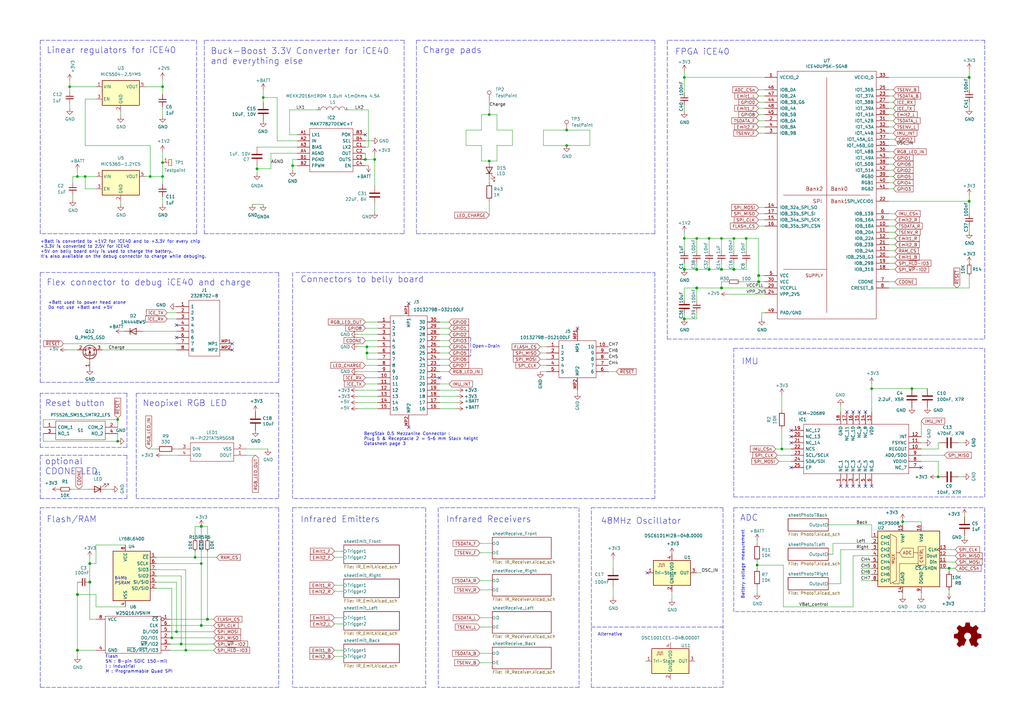
<source format=kicad_sch>
(kicad_sch (version 20211123) (generator eeschema)
  (paper "A3")
  (title_block (title "Pogobot head") (date "2022-06-08") (rev "3") (company "ISIR - Sorbonne Université"))
  (junction (at 72.39 259.08))
  (junction (at 232.41 59.69))
  (junction (at 107.95 40.005))
  (junction (at 48.26 180.975))
  (junction (at 66.675 35.56))
  (junction (at 153.67 65.405))
  (junction (at 290.83 110.49) (diameter 1.016))
  (junction (at 285.75 97.79))
  (junction (at 200.66 66.04))
  (junction (at 76.2 266.7))
  (junction (at 232.41 53.34))
  (junction (at 82.55 256.54) (diameter 1.016))
  (junction (at 31.75 266.7) (diameter 1.016))
  (junction (at 280.67 110.49) (diameter 1.016))
  (junction (at 66.675 66.675))
  (junction (at 36.83 231.14) (diameter 1.016))
  (junction (at 306.07 97.79))
  (junction (at 311.15 115.57) (diameter 1.016))
  (junction (at 31.75 72.39))
  (junction (at 397.51 31.75) (diameter 1.016))
  (junction (at 280.67 31.75))
  (junction (at 150.495 144.78))
  (junction (at 48.26 172.085))
  (junction (at 300.99 97.79))
  (junction (at 295.91 97.79))
  (junction (at 66.675 72.39))
  (junction (at 300.99 110.49) (diameter 1.016))
  (junction (at 82.55 231.14))
  (junction (at 28.575 35.56))
  (junction (at 61.595 72.39))
  (junction (at 80.01 228.6))
  (junction (at 70.485 261.62))
  (junction (at 295.91 110.49) (diameter 1.016))
  (junction (at 384.81 195.58))
  (junction (at 200.66 46.99))
  (junction (at 357.505 159.385))
  (junction (at 374.015 159.385))
  (junction (at 280.67 130.81) (diameter 1.016))
  (junction (at 397.51 82.55) (diameter 1.016))
  (junction (at 295.91 118.11) (diameter 1.016))
  (junction (at 150.495 142.24))
  (junction (at 36.83 238.76) (diameter 1.016))
  (junction (at 280.67 97.79))
  (junction (at 370.205 213.995))
  (junction (at 285.75 110.49) (diameter 1.016))
  (junction (at 290.83 97.79))
  (junction (at 320.675 184.15))
  (junction (at 85.09 254) (diameter 1.016))
  (junction (at 311.15 113.03) (diameter 1.016))
  (junction (at 105.41 69.215))
  (junction (at 389.255 233.045))
  (junction (at 285.75 118.11) (diameter 1.016))
  (junction (at 82.55 215.9) (diameter 1.016))
  (junction (at 31.75 243.84) (diameter 1.016))
  (junction (at 120.015 67.945))
  (junction (at 310.515 231.775))
  (junction (at 34.925 72.39))
  (junction (at 149.86 65.405))
  (junction (at 74.295 264.16))
  (no_connect (at 324.485 181.61))
  (no_connect (at 352.425 199.39))
  (no_connect (at 324.485 179.07))
  (no_connect (at 167.64 124.46))
  (no_connect (at 352.425 168.91))
  (no_connect (at 72.39 133.35))
  (no_connect (at 72.39 138.43))
  (no_connect (at 265.43 234.95))
  (no_connect (at 347.345 199.39))
  (no_connect (at 377.825 191.77))
  (no_connect (at 354.965 199.39))
  (no_connect (at 349.885 199.39))
  (no_connect (at 180.34 154.94))
  (no_connect (at 149.86 55.245))
  (no_connect (at 344.805 199.39))
  (no_connect (at 167.64 175.26))
  (no_connect (at 347.345 168.91))
  (no_connect (at 95.25 143.51))
  (no_connect (at 349.885 168.91))
  (no_connect (at 357.505 199.39))
  (no_connect (at 236.855 134.62))
  (no_connect (at 324.485 176.53))
  (no_connect (at 354.965 168.91))
  (no_connect (at -10.795 -11.43))
  (no_connect (at 324.485 191.77))
  (no_connect (at 95.25 140.97))
  (wire (pts (xy 76.2 233.68) (xy 76.2 266.7)))
  (wire (pts (xy 377.825 184.15) (xy 384.81 184.15)))
  (polyline (pts (xy 403.86 16.51) (xy 273.685 16.51)))
  (wire (pts (xy 353.06 230.505) (xy 357.505 230.505)))
  (wire (pts (xy 311.15 85.09) (xy 313.69 85.09)))
  (wire (pts (xy 17.78 180.975) (xy 48.26 180.975)))
  (polyline (pts (xy 174.625 281.94) (xy 120.015 281.94)))
  (wire (pts (xy 384.81 189.23) (xy 384.81 195.58)))
  (wire (pts (xy 28.575 35.56) (xy 28.575 37.465)))
  (polyline (pts (xy 16.51 281.94) (xy 16.51 208.28)) (stroke (width 0) (type dash)))
  (wire (pts (xy 36.195 200.66) (xy 29.21 200.66)))
  (wire (pts (xy 31.75 243.84) (xy 31.75 266.7)))
  (wire (pts (xy 118.745 45.085) (xy 130.175 45.085)))
  (wire (pts (xy 280.67 107.95) (xy 280.67 110.49)))
  (wire (pts (xy 184.15 149.86) (xy 180.34 149.86)))
  (wire (pts (xy 82.55 220.98) (xy 82.55 215.9)))
  (wire (pts (xy 187.325 167.64) (xy 180.34 167.64)))
  (polyline (pts (xy 180.34 208.28) (xy 237.49 208.28)))
  (wire (pts (xy 105.41 60.325) (xy 121.92 60.325)))
  (wire (pts (xy 312.42 128.27) (xy 312.42 130.81)))
  (polyline (pts (xy 52.07 161.29) (xy 16.51 161.29)) (stroke (width 0) (type dash)))
  (wire (pts (xy 357.505 215.265) (xy 357.505 220.345)))
  (wire (pts (xy 31.75 72.39) (xy 34.925 72.39)))
  (polyline (pts (xy 403.86 142.875) (xy 403.86 203.835)))
  (polyline (pts (xy 300.99 203.835) (xy 403.86 203.835)))
  (wire (pts (xy 184.15 134.62) (xy 180.34 134.62)))
  (wire (pts (xy 69.85 259.08) (xy 72.39 259.08)))
  (wire (pts (xy 118.745 55.245) (xy 121.92 55.245)))
  (wire (pts (xy 82.55 231.14) (xy 82.55 256.54)))
  (wire (pts (xy 313.69 113.03) (xy 311.15 113.03)))
  (wire (pts (xy 64.135 238.76) (xy 72.39 238.76)))
  (wire (pts (xy 121.92 62.865) (xy 111.125 62.865)))
  (wire (pts (xy 197.485 46.99) (xy 197.485 53.34)))
  (wire (pts (xy 313.69 128.27) (xy 312.42 128.27)))
  (wire (pts (xy 311.15 97.79) (xy 311.15 113.03)))
  (wire (pts (xy 324.485 186.69) (xy 318.77 186.69)))
  (wire (pts (xy 34.925 72.39) (xy 39.37 72.39)))
  (polyline (pts (xy 174.625 208.28) (xy 174.625 281.94)))
  (polyline (pts (xy 268.605 16.51) (xy 268.605 95.885)))
  (wire (pts (xy 85.09 254) (xy 87.63 254)))
  (wire (pts (xy 120.015 69.85) (xy 120.015 67.945)))
  (wire (pts (xy 34.925 77.47) (xy 39.37 77.47)))
  (polyline (pts (xy 16.51 204.47) (xy 52.07 204.47)))
  (wire (pts (xy 64.135 184.15) (xy 60.96 184.15)))
  (wire (pts (xy 82.55 215.9) (xy 85.09 215.9)))
  (polyline (pts (xy 300.99 142.875) (xy 403.86 142.875)))
  (wire (pts (xy 367.03 102.87) (xy 364.49 102.87)))
  (polyline (pts (xy 114.3 156.845) (xy 16.51 156.845)))
  (polyline (pts (xy 403.86 208.28) (xy 403.86 250.825)))
  (wire (pts (xy 39.37 223.52) (xy 51.435 223.52)))
  (wire (pts (xy 320.675 184.15) (xy 320.675 175.895)))
  (wire (pts (xy 295.91 115.57) (xy 295.91 118.11)))
  (polyline (pts (xy 268.605 95.885) (xy 170.815 95.885)))
  (wire (pts (xy 387.985 227.965) (xy 391.795 227.965)))
  (wire (pts (xy 201.93 238.125) (xy 196.85 238.125)))
  (wire (pts (xy 377.825 215.265) (xy 377.825 213.995)))
  (wire (pts (xy 71.755 184.15) (xy 73.025 184.15)))
  (wire (pts (xy 232.41 59.69) (xy 222.885 59.69)))
  (wire (pts (xy 68.58 128.27) (xy 72.39 128.27)))
  (wire (pts (xy 311.15 36.83) (xy 313.69 36.83)))
  (wire (pts (xy 149.86 149.86) (xy 154.94 149.86)))
  (wire (pts (xy 364.49 118.11) (xy 397.51 118.11)))
  (wire (pts (xy 344.805 225.425) (xy 344.805 239.395)))
  (wire (pts (xy 113.665 57.785) (xy 113.665 40.005)))
  (wire (pts (xy 105.41 71.12) (xy 105.41 69.215)))
  (wire (pts (xy 39.37 231.14) (xy 39.37 223.52)))
  (wire (pts (xy 49.53 82.55) (xy 49.53 83.82)))
  (wire (pts (xy 29.845 81.915) (xy 29.845 80.01)))
  (wire (pts (xy 344.805 239.395) (xy 339.725 239.395)))
  (wire (pts (xy 146.685 167.64) (xy 154.94 167.64)))
  (wire (pts (xy 187.325 160.02) (xy 180.34 160.02)))
  (polyline (pts (xy 83.82 95.885) (xy 165.735 95.885)))
  (wire (pts (xy 74.295 236.22) (xy 74.295 264.16)))
  (wire (pts (xy 149.86 157.48) (xy 154.94 157.48)))
  (wire (pts (xy 70.485 261.62) (xy 87.63 261.62)))
  (wire (pts (xy 28.575 42.545) (xy 28.575 44.45)))
  (wire (pts (xy 201.93 253.365) (xy 196.85 253.365)))
  (wire (pts (xy 210.185 53.34) (xy 210.185 59.69)))
  (wire (pts (xy 184.15 144.78) (xy 180.34 144.78)))
  (wire (pts (xy 387.985 233.045) (xy 389.255 233.045)))
  (wire (pts (xy 137.16 228.6) (xy 140.97 228.6)))
  (wire (pts (xy 320.675 161.925) (xy 320.675 168.275)))
  (wire (pts (xy 370.205 244.475) (xy 370.205 243.205)))
  (wire (pts (xy 184.15 147.32) (xy 180.34 147.32)))
  (wire (pts (xy 85.09 215.9) (xy 85.09 220.98)))
  (wire (pts (xy 222.885 53.34) (xy 222.885 59.69)))
  (wire (pts (xy 36.83 231.14) (xy 36.83 228.6)))
  (wire (pts (xy 295.91 107.95) (xy 295.91 110.49)))
  (wire (pts (xy 103.505 83.82) (xy 107.95 83.82)))
  (wire (pts (xy 187.325 162.56) (xy 180.34 162.56)))
  (wire (pts (xy 221.615 144.78) (xy 224.155 144.78)))
  (wire (pts (xy 200.66 41.275) (xy 200.66 46.99)))
  (wire (pts (xy 367.03 87.63) (xy 364.49 87.63)))
  (wire (pts (xy 196.85 267.97) (xy 201.93 267.97)))
  (wire (pts (xy 366.395 74.93) (xy 364.49 74.93)))
  (wire (pts (xy 184.15 157.48) (xy 180.34 157.48)))
  (wire (pts (xy 149.86 134.62) (xy 154.94 134.62)))
  (wire (pts (xy 66.675 83.82) (xy 66.675 80.645)))
  (wire (pts (xy 221.615 147.32) (xy 224.155 147.32)))
  (wire (pts (xy 357.505 157.48) (xy 357.505 159.385)))
  (wire (pts (xy 366.395 69.85) (xy 364.49 69.85)))
  (wire (pts (xy 280.67 29.21) (xy 280.67 31.75)))
  (wire (pts (xy 389.255 233.045) (xy 391.795 233.045)))
  (wire (pts (xy 151.13 60.325) (xy 149.86 60.325)))
  (polyline (pts (xy 120.015 208.28) (xy 174.625 208.28)))
  (wire (pts (xy 39.37 248.92) (xy 51.435 248.92)))
  (wire (pts (xy 201.93 222.885) (xy 196.85 222.885)))
  (wire (pts (xy 397.51 44.45) (xy 397.51 41.91)))
  (wire (pts (xy 150.495 144.78) (xy 150.495 142.24)))
  (wire (pts (xy 64.135 228.6) (xy 80.01 228.6)))
  (wire (pts (xy 140.97 240.03) (xy 137.16 240.03)))
  (wire (pts (xy 370.205 213.995) (xy 370.205 215.265)))
  (wire (pts (xy 280.67 128.27) (xy 280.67 130.81)))
  (wire (pts (xy 394.97 195.58) (xy 393.065 195.58)))
  (wire (pts (xy 64.135 241.3) (xy 70.485 241.3)))
  (wire (pts (xy 149.86 154.94) (xy 154.94 154.94)))
  (polyline (pts (xy 52.07 183.515) (xy 52.07 161.29)) (stroke (width 0) (type dash)))
  (wire (pts (xy 146.685 160.02) (xy 154.94 160.02)))
  (wire (pts (xy 290.83 110.49) (xy 290.83 107.95)))
  (polyline (pts (xy 273.685 139.065) (xy 403.86 139.065)))
  (wire (pts (xy 295.91 118.11) (xy 285.75 118.11)))
  (wire (pts (xy 200.66 66.04) (xy 197.485 66.04)))
  (wire (pts (xy 69.85 264.16) (xy 74.295 264.16)))
  (wire (pts (xy 221.615 142.24) (xy 224.155 142.24)))
  (polyline (pts (xy 16.51 16.51) (xy 16.51 95.885)))
  (wire (pts (xy 321.31 231.775) (xy 321.31 248.92)))
  (wire (pts (xy 151.13 45.085) (xy 151.13 60.325)))
  (wire (pts (xy 313.69 118.11) (xy 295.91 118.11)))
  (wire (pts (xy 191.135 53.34) (xy 197.485 53.34)))
  (wire (pts (xy 285.75 107.95) (xy 285.75 110.49)))
  (polyline (pts (xy 83.82 16.51) (xy 83.82 95.885)))
  (polyline (pts (xy 120.015 111.76) (xy 120.015 204.47)))
  (wire (pts (xy 251.46 229.235) (xy 251.46 233.045)))
  (wire (pts (xy 197.485 46.99) (xy 200.66 46.99)))
  (wire (pts (xy 61.595 59.69) (xy 34.925 59.69)))
  (wire (pts (xy 152.4 57.785) (xy 149.86 57.785)))
  (wire (pts (xy 290.83 97.79) (xy 295.91 97.79)))
  (polyline (pts (xy 16.51 204.47) (xy 16.51 186.69)))
  (wire (pts (xy 72.39 259.08) (xy 87.63 259.08)))
  (wire (pts (xy 184.15 132.08) (xy 180.34 132.08)))
  (wire (pts (xy 241.935 53.34) (xy 241.935 59.69)))
  (wire (pts (xy 100.965 186.69) (xy 104.775 186.69)))
  (wire (pts (xy 397.51 82.55) (xy 397.51 80.01)))
  (wire (pts (xy 285.75 118.11) (xy 285.75 123.19)))
  (wire (pts (xy 377.825 244.475) (xy 377.825 243.205)))
  (wire (pts (xy 153.67 65.405) (xy 153.67 76.2)))
  (wire (pts (xy 105.41 69.215) (xy 105.41 67.945)))
  (wire (pts (xy 149.86 62.865) (xy 149.86 65.405)))
  (wire (pts (xy 17.78 177.8) (xy 17.78 180.975)))
  (wire (pts (xy 349.885 248.92) (xy 349.885 227.965)))
  (polyline (pts (xy 165.735 95.885) (xy 165.735 16.51)))
  (wire (pts (xy 385.445 195.58) (xy 384.81 195.58)))
  (wire (pts (xy 137.16 255.905) (xy 140.97 255.905)))
  (wire (pts (xy 300.99 97.79) (xy 306.07 97.79)))
  (wire (pts (xy 50.8 135.89) (xy 50.165 135.89)))
  (wire (pts (xy 146.685 142.24) (xy 150.495 142.24)))
  (wire (pts (xy 251.46 240.665) (xy 251.46 245.11)))
  (wire (pts (xy 311.15 92.71) (xy 313.69 92.71)))
  (wire (pts (xy 280.67 31.75) (xy 313.69 31.75)))
  (wire (pts (xy 31.75 69.85) (xy 31.75 72.39)))
  (wire (pts (xy 27.305 143.51) (xy 31.75 143.51)))
  (polyline (pts (xy 403.86 139.065) (xy 403.86 16.51)))
  (polyline (pts (xy 120.015 208.28) (xy 120.015 281.94)))
  (polyline (pts (xy 16.51 16.51) (xy 80.645 16.51)))
  (wire (pts (xy 31.75 238.76) (xy 31.75 243.84)))
  (wire (pts (xy 137.16 266.7) (xy 140.97 266.7)))
  (wire (pts (xy 357.505 222.885) (xy 341.63 222.885)))
  (wire (pts (xy 353.06 238.125) (xy 357.505 238.125)))
  (wire (pts (xy 310.515 231.775) (xy 310.515 233.045)))
  (wire (pts (xy 222.885 53.34) (xy 232.41 53.34)))
  (wire (pts (xy 310.515 231.775) (xy 321.31 231.775)))
  (polyline (pts (xy 296.545 281.94) (xy 242.57 281.94)))
  (wire (pts (xy 364.49 31.75) (xy 397.51 31.75)))
  (wire (pts (xy 313.69 115.57) (xy 311.15 115.57)))
  (wire (pts (xy 377.825 189.23) (xy 384.81 189.23)))
  (polyline (pts (xy 268.605 111.76) (xy 268.605 204.47)))
  (wire (pts (xy 280.67 123.19) (xy 280.67 118.11)))
  (wire (pts (xy 311.15 46.99) (xy 313.69 46.99)))
  (wire (pts (xy 280.67 118.11) (xy 285.75 118.11)))
  (wire (pts (xy 66.675 66.675) (xy 66.675 62.23)))
  (wire (pts (xy 320.675 184.15) (xy 324.485 184.15)))
  (wire (pts (xy 82.55 256.54) (xy 87.63 256.54)))
  (wire (pts (xy 366.395 72.39) (xy 364.49 72.39)))
  (wire (pts (xy 146.685 152.4) (xy 154.94 152.4)))
  (polyline (pts (xy 403.86 250.825) (xy 300.99 250.825)))
  (wire (pts (xy 39.37 231.14) (xy 36.83 231.14)))
  (wire (pts (xy 285.75 110.49) (xy 290.83 110.49)))
  (wire (pts (xy 48.26 177.8) (xy 48.26 180.975)))
  (wire (pts (xy 203.835 59.69) (xy 203.835 66.04)))
  (wire (pts (xy 121.92 57.785) (xy 113.665 57.785)))
  (wire (pts (xy 36.83 231.14) (xy 36.83 238.76)))
  (wire (pts (xy 295.91 97.79) (xy 300.99 97.79)))
  (wire (pts (xy 366.395 46.99) (xy 364.49 46.99)))
  (wire (pts (xy 377.825 181.61) (xy 379.095 181.61)))
  (polyline (pts (xy 114.3 281.94) (xy 16.51 281.94)) (stroke (width 0) (type dash)))
  (wire (pts (xy 311.15 49.53) (xy 313.69 49.53)))
  (wire (pts (xy 357.505 159.385) (xy 374.015 159.385)))
  (wire (pts (xy 364.49 115.57) (xy 367.03 115.57)))
  (wire (pts (xy 310.515 243.205) (xy 310.515 240.665)))
  (polyline (pts (xy 179.705 208.28) (xy 179.705 281.94)))
  (wire (pts (xy 366.395 52.07) (xy 364.49 52.07)))
  (wire (pts (xy 252.73 152.4) (xy 249.555 152.4)))
  (wire (pts (xy 367.03 95.25) (xy 364.49 95.25)))
  (wire (pts (xy 311.15 90.17) (xy 313.69 90.17)))
  (wire (pts (xy 82.55 226.06) (xy 82.55 231.14)))
  (wire (pts (xy 120.015 65.405) (xy 121.92 65.405)))
  (wire (pts (xy 154.94 144.78) (xy 150.495 144.78)))
  (wire (pts (xy 201.93 241.935) (xy 196.85 241.935)))
  (wire (pts (xy 236.855 161.29) (xy 236.855 160.02)))
  (polyline (pts (xy 114.3 111.76) (xy 114.3 156.845)))
  (wire (pts (xy 64.135 233.68) (xy 76.2 233.68)))
  (wire (pts (xy 280.67 31.75) (xy 280.67 38.1)))
  (wire (pts (xy 203.835 66.04) (xy 200.66 66.04)))
  (wire (pts (xy 153.67 65.405) (xy 153.67 63.5)))
  (wire (pts (xy 353.06 233.045) (xy 357.505 233.045)))
  (wire (pts (xy 150.495 142.24) (xy 154.94 142.24)))
  (wire (pts (xy 387.35 186.69) (xy 377.825 186.69)))
  (wire (pts (xy 26.035 140.97) (xy 72.39 140.97)))
  (polyline (pts (xy 80.645 95.885) (xy 16.51 95.885)))
  (wire (pts (xy 200.66 73.66) (xy 200.66 74.93)))
  (wire (pts (xy 366.395 54.61) (xy 364.49 54.61)))
  (wire (pts (xy 311.15 52.07) (xy 313.69 52.07)))
  (wire (pts (xy 17.78 175.26) (xy 17.78 172.085)))
  (polyline (pts (xy 300.99 203.835) (xy 300.99 142.875)))
  (wire (pts (xy 367.03 97.79) (xy 364.49 97.79)))
  (wire (pts (xy 36.83 238.76) (xy 36.83 254)))
  (wire (pts (xy 184.15 139.7) (xy 180.34 139.7)))
  (polyline (pts (xy 273.685 16.51) (xy 273.685 139.065)))
  (wire (pts (xy 146.685 165.1) (xy 154.94 165.1)))
  (wire (pts (xy 146.685 137.16) (xy 154.94 137.16)))
  (wire (pts (xy 69.85 256.54) (xy 82.55 256.54)))
  (wire (pts (xy 111.125 69.215) (xy 105.41 69.215)))
  (wire (pts (xy 280.67 130.81) (xy 285.75 130.81)))
  (polyline (pts (xy 165.735 16.51) (xy 83.82 16.51)))
  (wire (pts (xy 69.85 261.62) (xy 70.485 261.62)))
  (wire (pts (xy 397.51 82.55) (xy 397.51 87.63)))
  (polyline (pts (xy 52.07 186.69) (xy 16.51 186.69)) (stroke (width 0) (type dash)))
  (wire (pts (xy 184.15 142.24) (xy 180.34 142.24)))
  (wire (pts (xy 366.395 77.47) (xy 364.49 77.47)))
  (polyline (pts (xy 242.57 281.94) (xy 242.57 208.28)))
  (wire (pts (xy 69.85 254) (xy 85.09 254)))
  (wire (pts (xy 318.135 184.15) (xy 320.675 184.15)))
  (wire (pts (xy 149.86 139.7) (xy 154.94 139.7)))
  (wire (pts (xy 366.395 36.83) (xy 364.49 36.83)))
  (wire (pts (xy 196.85 271.78) (xy 201.93 271.78)))
  (wire (pts (xy 66.675 35.56) (xy 59.69 35.56)))
  (polyline (pts (xy 296.545 208.28) (xy 296.545 281.94)))
  (polyline (pts (xy 52.07 204.47) (xy 52.07 186.69)) (stroke (width 0) (type dash)))
  (polyline (pts (xy 16.51 208.28) (xy 114.3 208.28)) (stroke (width 0) (type dash)))
  (wire (pts (xy 357.505 159.385) (xy 357.505 168.91)))
  (wire (pts (xy 324.485 189.23) (xy 319.405 189.23)))
  (wire (pts (xy 290.83 97.79) (xy 290.83 102.87)))
  (wire (pts (xy 153.67 83.82) (xy 153.67 86.995)))
  (wire (pts (xy 29.845 72.39) (xy 29.845 74.93)))
  (wire (pts (xy 364.49 110.49) (xy 367.03 110.49)))
  (wire (pts (xy 201.93 226.695) (xy 196.85 226.695)))
  (polyline (pts (xy 114.3 208.28) (xy 114.3 281.94)) (stroke (width 0) (type dash)))
  (wire (pts (xy 149.86 65.405) (xy 153.67 65.405)))
  (wire (pts (xy 70.485 241.3) (xy 70.485 261.62)))
  (wire (pts (xy 137.16 269.24) (xy 140.97 269.24)))
  (wire (pts (xy 74.295 264.16) (xy 87.63 264.16)))
  (wire (pts (xy 43.815 200.66) (xy 45.72 200.66)))
  (wire (pts (xy 69.85 266.7) (xy 76.2 266.7)))
  (wire (pts (xy 39.37 243.84) (xy 39.37 248.92)))
  (wire (pts (xy 311.15 44.45) (xy 313.69 44.45)))
  (wire (pts (xy 66.675 75.565) (xy 66.675 72.39)))
  (wire (pts (xy 339.725 227.33) (xy 341.63 227.33)))
  (wire (pts (xy 395.605 219.71) (xy 395.605 220.345)))
  (wire (pts (xy 366.395 64.77) (xy 364.49 64.77)))
  (wire (pts (xy 66.675 38.735) (xy 66.675 35.56)))
  (wire (pts (xy 210.185 59.69) (xy 203.835 59.69)))
  (wire (pts (xy 34.925 40.64) (xy 39.37 40.64)))
  (wire (pts (xy 200.66 88.265) (xy 200.66 82.55)))
  (wire (pts (xy 280.67 97.79) (xy 285.75 97.79)))
  (wire (pts (xy 111.125 62.865) (xy 111.125 69.215)))
  (polyline (pts (xy 242.57 257.175) (xy 296.545 257.175)))
  (wire (pts (xy 321.31 248.92) (xy 349.885 248.92)))
  (wire (pts (xy 36.83 254) (xy 39.37 254)))
  (polyline (pts (xy 192.405 138.43) (xy 193.04 138.43)))
  (wire (pts (xy 295.91 110.49) (xy 290.83 110.49)))
  (wire (pts (xy 221.615 149.86) (xy 224.155 149.86)))
  (wire (pts (xy 397.51 118.11) (xy 397.51 113.03)))
  (wire (pts (xy 184.15 137.16) (xy 180.34 137.16)))
  (wire (pts (xy 374.015 159.385) (xy 380.365 159.385)))
  (polyline (pts (xy 170.815 16.51) (xy 170.815 95.885)))
  (wire (pts (xy 241.935 59.69) (xy 232.41 59.69)))
  (wire (pts (xy 298.45 120.65) (xy 313.69 120.65)))
  (wire (pts (xy 76.2 266.7) (xy 87.63 266.7)))
  (wire (pts (xy 300.99 97.79) (xy 300.99 102.87)))
  (wire (pts (xy 49.53 45.72) (xy 49.53 47.625)))
  (polyline (pts (xy 16.51 111.76) (xy 16.51 156.845)))
  (wire (pts (xy 364.49 107.95) (xy 367.03 107.95)))
  (wire (pts (xy 311.15 54.61) (xy 313.69 54.61)))
  (wire (pts (xy 387.985 225.425) (xy 391.795 225.425)))
  (wire (pts (xy 367.03 92.71) (xy 364.49 92.71)))
  (wire (pts (xy 203.835 53.34) (xy 210.185 53.34)))
  (polyline (pts (xy 268.605 204.47) (xy 120.015 204.47)))
  (wire (pts (xy 310.515 230.505) (xy 310.515 231.775)))
  (wire (pts (xy 367.03 90.17) (xy 364.49 90.17)))
  (wire (pts (xy 232.41 53.34) (xy 241.935 53.34)))
  (wire (pts (xy 280.67 110.49) (xy 285.75 110.49)))
  (wire (pts (xy 364.49 82.55) (xy 397.51 82.55)))
  (wire (pts (xy 353.06 235.585) (xy 357.505 235.585)))
  (wire (pts (xy 48.26 172.085) (xy 48.26 175.26)))
  (wire (pts (xy 118.745 45.085) (xy 118.745 55.245)))
  (polyline (pts (xy 55.88 161.29) (xy 114.3 161.29)))
  (wire (pts (xy 384.81 181.61) (xy 385.445 181.61)))
  (wire (pts (xy 285.75 97.79) (xy 290.83 97.79)))
  (wire (pts (xy 137.16 242.57) (xy 140.97 242.57)))
  (polyline (pts (xy 237.49 281.94) (xy 179.705 281.94)))
  (wire (pts (xy 377.825 179.07) (xy 377.825 172.72)))
  (wire (pts (xy 397.51 95.25) (xy 397.51 92.71)))
  (polyline (pts (xy 192.405 146.05) (xy 193.04 146.05)))
  (wire (pts (xy 367.03 105.41) (xy 364.49 105.41)))
  (wire (pts (xy 280.67 95.25) (xy 280.67 97.79)))
  (polyline (pts (xy 52.07 183.515) (xy 16.51 183.515)) (stroke (width 0) (type dash)))
  (wire (pts (xy 197.485 66.04) (xy 197.485 59.69)))
  (polyline (pts (xy 193.04 138.43) (xy 193.04 146.05)))
  (wire (pts (xy 137.16 226.06) (xy 140.97 226.06)))
  (polyline (pts (xy 121.285 111.76) (xy 268.605 111.76)))
  (wire (pts (xy 300.99 110.49) (xy 295.91 110.49)))
  (wire (pts (xy 311.15 113.03) (xy 311.15 115.57)))
  (wire (pts (xy 28.575 33.02) (xy 28.575 35.56)))
  (wire (pts (xy 221.615 152.4) (xy 224.155 152.4)))
  (wire (pts (xy 366.395 39.37) (xy 364.49 39.37)))
  (wire (pts (xy 203.835 46.99) (xy 203.835 53.34)))
  (wire (pts (xy 187.325 165.1) (xy 180.34 165.1)))
  (wire (pts (xy 150.495 147.32) (xy 150.495 144.78)))
  (wire (pts (xy 384.81 195.58) (xy 384.175 195.58)))
  (wire (pts (xy 287.655 234.95) (xy 285.75 234.95)))
  (wire (pts (xy 344.805 225.425) (xy 357.505 225.425)))
  (wire (pts (xy 295.91 97.79) (xy 295.91 102.87)))
  (polyline (pts (xy 300.99 208.28) (xy 403.86 208.28)))
  (wire (pts (xy 29.845 72.39) (xy 31.75 72.39)))
  (wire (pts (xy 31.75 266.7) (xy 31.75 269.24)))
  (wire (pts (xy 149.86 132.08) (xy 154.94 132.08)))
  (wire (pts (xy 31.75 266.7) (xy 39.37 266.7)))
  (wire (pts (xy 80.01 228.6) (xy 80.01 226.06)))
  (wire (pts (xy 82.55 215.9) (xy 80.01 215.9)))
  (polyline (pts (xy 80.645 16.51) (xy 80.645 95.885)))
  (wire (pts (xy 298.45 115.57) (xy 295.91 115.57)))
  (wire (pts (xy 280.67 45.72) (xy 280.67 43.18)))
  (wire (pts (xy 377.825 213.995) (xy 370.205 213.995)))
  (wire (pts (xy 120.015 65.405) (xy 120.015 67.945)))
  (wire (pts (xy 61.595 72.39) (xy 59.69 72.39)))
  (wire (pts (xy 85.09 226.06) (xy 85.09 254)))
  (polyline (pts (xy 16.51 111.76) (xy 114.3 111.76)))
  (wire (pts (xy 384.81 184.15) (xy 384.81 181.61)))
  (wire (pts (xy 366.395 44.45) (xy 364.49 44.45)))
  (wire (pts (xy 151.13 45.085) (xy 142.875 45.085)))
  (wire (pts (xy 306.07 97.79) (xy 306.07 102.87)))
  (polyline (pts (xy 114.3 161.29) (xy 114.3 204.47)))
  (wire (pts (xy 310.515 222.885) (xy 310.515 221.615)))
  (wire (pts (xy 58.42 135.89) (xy 72.39 135.89)))
  (wire (pts (xy 80.01 215.9) (xy 80.01 220.98)))
  (wire (pts (xy 367.03 100.33) (xy 364.49 100.33)))
  (wire (pts (xy 285.75 97.79) (xy 285.75 102.87)))
  (wire (pts (xy 48.26 171.45) (xy 48.26 172.085)))
  (wire (pts (xy 66.675 47.625) (xy 66.675 43.815)))
  (wire (pts (xy 389.255 233.045) (xy 389.255 234.315)))
  (wire (pts (xy 389.255 243.205) (xy 389.255 241.935)))
  (wire (pts (xy 61.595 72.39) (xy 66.675 72.39)))
  (wire (pts (xy 344.805 166.37) (xy 344.805 168.91)))
  (wire (pts (xy 61.595 59.69) (xy 61.595 72.39)))
  (wire (pts (xy 300.99 107.95) (xy 300.99 110.49)))
  (wire (pts (xy 100.965 184.15) (xy 109.855 184.15)))
  (wire (pts (xy 34.925 77.47) (xy 34.925 72.39)))
  (wire (pts (xy 120.015 67.945) (xy 121.92 67.945)))
  (wire (pts (xy 311.15 115.57) (xy 303.53 115.57)))
  (polyline (pts (xy 242.57 208.28) (xy 296.545 208.28)))
  (wire (pts (xy 306.07 107.95) (xy 306.07 110.49)))
  (wire (pts (xy 285.75 128.27) (xy 285.75 130.81)))
  (polyline (pts (xy 114.3 204.47) (xy 55.88 204.47)))
  (wire (pts (xy 311.15 87.63) (xy 313.69 87.63)))
  (wire (pts (xy 366.395 49.53) (xy 364.49 49.53)))
  (wire (pts (xy 184.15 152.4) (xy 180.34 152.4)))
  (wire (pts (xy 151.13 67.945) (xy 149.86 67.945)))
  (wire (pts (xy 306.07 97.79) (xy 311.15 97.79)))
  (wire (pts (xy 80.01 228.6) (xy 88.9 228.6)))
  (wire (pts (xy 339.725 215.265) (xy 357.505 215.265)))
  (wire (pts (xy 366.395 62.23) (xy 364.49 62.23)))
  (wire (pts (xy 306.07 110.49) (xy 300.99 110.49)))
  (wire (pts (xy 39.37 243.84) (xy 31.75 243.84)))
  (polyline (pts (xy 300.99 208.28) (xy 300.99 250.825)))
  (wire (pts (xy 66.675 32.385) (xy 66.675 35.56)))
  (wire (pts (xy 200.66 46.99) (xy 203.835 46.99)))
  (wire (pts (xy 154.94 147.32) (xy 150.495 147.32)))
  (wire (pts (xy 64.135 231.14) (xy 82.55 231.14)))
  (wire (pts (xy 311.15 39.37) (xy 313.69 39.37)))
  (wire (pts (xy 107.95 40.005) (xy 107.95 41.91)))
  (wire (pts (xy 275.59 242.57) (xy 275.59 245.745)))
  (wire (pts (xy 41.91 143.51) (xy 72.39 143.51)))
  (wire (pts (xy 311.15 41.91) (xy 313.69 41.91)))
  (wire (pts (xy 197.485 59.69) (xy 191.135 59.69)))
  (polyline (pts (xy 16.51 183.515) (xy 16.51 161.29)) (stroke (width 0) (type dash)))
  (wire (pts (xy 366.395 67.31) (xy 364.49 67.31)))
  (wire (pts (xy 64.135 236.22) (xy 74.295 236.22)))
  (wire (pts (xy 66.675 72.39) (xy 66.675 66.675)))
  (polyline (pts (xy 237.49 208.28) (xy 237.49 281.94)))
  (wire (pts (xy 107.95 36.83) (xy 107.95 40.005)))
  (wire (pts (xy 72.39 238.76) (xy 72.39 259.08)))
  (wire (pts (xy 341.63 227.33) (xy 341.63 222.885)))
  (wire (pts (xy 370.205 213.36) (xy 370.205 213.995)))
  (wire (pts (xy 367.665 59.69) (xy 364.49 59.69)))
  (wire (pts (xy 280.67 97.79) (xy 280.67 102.87)))
  (wire (pts (xy 140.97 253.365) (xy 137.16 253.365)))
  (wire (pts (xy 366.395 41.91) (xy 364.49 41.91)))
  (wire (pts (xy 397.51 31.75) (xy 397.51 36.83)))
  (wire (pts (xy 395.605 211.455) (xy 395.605 212.09)))
  (wire (pts (xy 394.97 181.61) (xy 393.065 181.61)))
  (wire (pts (xy 17.78 172.085) (xy 48.26 172.085)))
  (wire (pts (xy 201.93 257.175) (xy 196.85 257.175)))
  (wire (pts (xy 113.665 40.005) (xy 107.95 40.005)))
  (wire (pts (xy 387.985 230.505) (xy 391.795 230.505)))
  (wire (pts (xy 397.51 28.575) (xy 397.51 31.75)))
  (polyline (pts (xy 170.815 16.51) (xy 268.605 16.51)))
  (wire (pts (xy 367.03 57.15) (xy 364.49 57.15)))
  (wire (pts (xy 28.575 35.56) (xy 39.37 35.56)))
  (polyline (pts (xy 55.88 161.29) (xy 55.88 204.47)))
  (wire (pts (xy 349.885 227.965) (xy 357.505 227.965)))
  (wire (pts (xy 68.58 130.81) (xy 72.39 130.81)))
  (wire (pts (xy 191.135 59.69) (xy 191.135 53.34)))
  (wire (pts (xy 66.675 186.69) (xy 73.025 186.69)))
  (wire (pts (xy 146.685 162.56) (xy 154.94 162.56)))
  (wire (pts (xy 34.925 59.69) (xy 34.925 40.64)))
  (text "Flash\nSN : 8-pin SOIC 150-mil\nI : Industrial\nM : Programmable Quad SPI" (at 43.18 276.225 0) (effects (font (size 1.27 1.27)) (justify left bottom)))
  (text "Neopixel RGB LED" (at 58.42 167.005 0) (effects (font (size 2.54 2.54)) (justify left bottom)))
  (text "BergStak 0.5 Mezzanine Connector :\nPlug 5 & Receptacle 2 = 5~6 mm Stack height\nDatasheet page 3" (at 149.225 182.88 0) (effects (font (size 1.27 1.27)) (justify left bottom)))
  (text "Alternative" (at 245.11 260.985 0) (effects (font (size 1.27 1.27)) (justify left bottom)))
  (text "Infrared Receivers" (at 182.88 214.63 0) (effects (font (size 2.54 2.54)) (justify left bottom)))
  (text "Flex connector to debug iCE40 and charge" (at 19.05 117.475 0) (effects (font (size 2.54 2.54)) (justify left bottom)))
  (text "+Batt used to power head alone\nDo not use +Batt and +5V" (at 19.685 127 0) (effects (font (size 1.27 1.27)) (justify left bottom)))
  (text "64Mb\nPSRAM" (at 46.99 240.03 0) (effects (font (size 1.27 1.27)) (justify left bottom)))
  (text "IMU" (at 311.15 149.86 180) (effects (font (size 2.54 2.54)) (justify right bottom)))
  (text "Infrared Emitters" (at 123.19 214.63 0) (effects (font (size 2.54 2.54)) (justify left bottom)))
  (text "48MHz Oscillator" (at 246.38 215.265 0) (effects (font (size 2.54 2.54)) (justify left bottom)))
  (text "Buck-Boost 3.3V Converter for iCE40\nand everything else" (at 86.36 26.67 0) (effects (font (size 2.54 2.54)) (justify left bottom)))
  (text "Battery voltage measurement" (at 305.435 245.745 90) (effects (font (size 1.27 1.27)) (justify left bottom)))
  (text "Charge pads" (at 173.355 22.225 0) (effects (font (size 2.54 2.54)) (justify left bottom)))
  (text "Flash/RAM" (at 19.05 214.63 0) (effects (font (size 2.54 2.54)) (justify left bottom)))
  (text "Open-Drain" (at 193.675 142.875 0) (effects (font (size 1.27 1.27)) (justify left bottom)))
  (text "Linear regulators for iCE40" (at 19.05 22.225 0) (effects (font (size 2.54 2.54)) (justify left bottom)))
  (text "+Batt is converted to +1V2 for iCE40 and to +3.3V for every chip\n+3.3V is converted to 2.5V for iCE40\n+5V on belly board only is used to charge the battery.\nIt's also available on the debug connector to charge while debuging." (at 16.51 106.045 0) (effects (font (size 1.27 1.27)) (justify left bottom)))
  (text "FPGA iCE40" (at 276.86 22.86 0) (effects (font (size 2.54 2.54)) (justify left bottom)))
  (text "optional\nCDONE LED" (at 18.415 194.945 0) (effects (font (size 2.54 2.54)) (justify left bottom)))
  (text "Connectors to belly board" (at 123.19 116.205 0) (effects (font (size 2.54 2.54)) (justify left bottom)))
  (text "ADC" (at 303.53 213.995 0) (effects (font (size 2.54 2.54)) (justify left bottom)))
  (text "Reset button" (at 18.415 167.005 0) (effects (font (size 2.54 2.54)) (justify left bottom)))
  (label "OSC_IN" (at 367.665 59.69 0))
  (label "CH6" (at 353.06 235.585 0))
  (label "CH4" (at 353.06 230.505 0))
  (label "VBat_control" (at 327.66 248.92 0))
  (label "CH4" (at 249.555 149.86 0))
  (label "LX2" (at 149.225 45.085 180))
  (label "CH5" (at 249.555 147.32 0))
  (label "Charge" (at 200.66 43.815 0))
  (label "Charge" (at 44.45 143.51 0))
  (label "AGND" (at 111.125 67.31 0))
  (label "CH5" (at 353.06 233.045 0))
  (label "VCCPLL" (at 306.07 118.11 0))
  (label "OSC_IN" (at 287.655 234.95 0))
  (label "CH6" (at 249.555 144.78 0))
  (label "Right" (at 351.155 225.425 0))
  (label "CH7" (at 249.555 142.24 0))
  (label "Back" (at 351.155 215.265 0))
  (label "VPP_2V5" (at 306.07 120.65 0))
  (label "LX1" (at 125.095 45.085 180))
  (label "CH7" (at 353.06 238.125 0))
  (label "Left" (at 351.155 222.885 0))
  (global_label "TSDATA_R" (shape input) (at 196.85 238.125 180) (property "Références Inter-Feuilles" "${INTERSHEET_REFS}" (effects hide)))
  (global_label "GPIO5" (shape input) (at 184.15 144.78 0) (property "Références Inter-Feuilles" "${INTERSHEET_REFS}" (effects hide)))
  (global_label "Emit2_L" (shape input) (at 137.16 255.905 180) (property "Références Inter-Feuilles" "${INTERSHEET_REFS}" (effects hide)))
  (global_label "GPIO6" (shape input) (at 366.395 67.31 0) (property "Références Inter-Feuilles" "${INTERSHEET_REFS}" (effects hide)))
  (global_label "RGB_LED_IN" (shape input) (at 60.96 184.15 90) (property "Références Inter-Feuilles" "${INTERSHEET_REFS}" (effects hide)))
  (global_label "TSDATA_F" (shape input) (at 311.15 49.53 180) (property "Références Inter-Feuilles" "${INTERSHEET_REFS}" (effects hide)))
  (global_label "Emit1_R" (shape input) (at 367.03 97.79 0) (property "Références Inter-Feuilles" "${INTERSHEET_REFS}" (effects hide)))
  (global_label "Emit1_B" (shape input) (at 137.16 266.7 180) (property "Références Inter-Feuilles" "${INTERSHEET_REFS}" (effects hide)))
  (global_label "CDONE" (shape input) (at 149.86 139.7 180) (property "Références Inter-Feuilles" "${INTERSHEET_REFS}" (effects hide)))
  (global_label "IMU_CSn" (shape input) (at 318.135 184.15 180) (property "Références Inter-Feuilles" "${INTERSHEET_REFS}" (effects hide)))
  (global_label "SPI_~{WP}-IO2" (shape input) (at 367.03 110.49 0) (property "Références Inter-Feuilles" "${INTERSHEET_REFS}" (effects hide)))
  (global_label "Emit2_R" (shape input) (at 367.03 90.17 0) (property "Références Inter-Feuilles" "${INTERSHEET_REFS}" (effects hide)))
  (global_label "GPIO4" (shape input) (at 366.395 74.93 0) (property "Références Inter-Feuilles" "${INTERSHEET_REFS}" (effects hide)))
  (global_label "Emit1_B" (shape input) (at 367.03 105.41 0) (property "Références Inter-Feuilles" "${INTERSHEET_REFS}" (effects hide)))
  (global_label "ADC_CSn" (shape input) (at 391.795 233.045 0) (property "Références Inter-Feuilles" "${INTERSHEET_REFS}" (effects hide)))
  (global_label "LED_CHARGE" (shape input) (at 149.86 149.86 180) (property "Références Inter-Feuilles" "${INTERSHEET_REFS}" (effects hide)))
  (global_label "~{RESET}" (shape input) (at 48.26 171.45 90) (property "Références Inter-Feuilles" "${INTERSHEET_REFS}" (effects hide)))
  (global_label "GPIO2" (shape input) (at 366.395 69.85 0) (property "Références Inter-Feuilles" "${INTERSHEET_REFS}" (effects hide)))
  (global_label "SPI_MISO" (shape input) (at 311.15 87.63 180) (property "Références Inter-Feuilles" "${INTERSHEET_REFS}" (effects hide)))
  (global_label "Emit2_B" (shape input) (at 137.16 269.24 180) (property "Références Inter-Feuilles" "${INTERSHEET_REFS}" (effects hide)))
  (global_label "SPI_CLK" (shape input) (at 391.795 225.425 0) (property "Références Inter-Feuilles" "${INTERSHEET_REFS}" (effects hide)))
  (global_label "SPI_MISO" (shape input) (at 87.63 261.62 0) (property "Références Inter-Feuilles" "${INTERSHEET_REFS}" (effects hide)))
  (global_label "Emit1_F" (shape input) (at 311.15 44.45 180) (property "Références Inter-Feuilles" "${INTERSHEET_REFS}" (effects hide)))
  (global_label "SPI_MISO" (shape input) (at 221.615 144.78 180) (property "Références Inter-Feuilles" "${INTERSHEET_REFS}" (effects hide)))
  (global_label "RGB_LED_OUT" (shape input) (at 149.86 132.08 180) (property "Références Inter-Feuilles" "${INTERSHEET_REFS}" (effects hide)))
  (global_label "GPIO0" (shape input) (at 184.15 132.08 0) (property "Références Inter-Feuilles" "${INTERSHEET_REFS}" (effects hide)))
  (global_label "TSENV_B" (shape input) (at 366.395 36.83 0) (property "Références Inter-Feuilles" "${INTERSHEET_REFS}" (effects hide)))
  (global_label "GPIO3" (shape input) (at 184.15 139.7 0) (property "Références Inter-Feuilles" "${INTERSHEET_REFS}" (effects hide)))
  (global_label "CDONE" (shape input) (at 367.03 115.57 0) (property "Références Inter-Feuilles" "${INTERSHEET_REFS}" (effects hide)))
  (global_label "~{RESET}" (shape input) (at 26.035 140.97 180) (property "Références Inter-Feuilles" "${INTERSHEET_REFS}" (effects hide)))
  (global_label "SPI_MISO" (shape input) (at 391.795 227.965 0) (property "Références Inter-Feuilles" "${INTERSHEET_REFS}" (effects hide)))
  (global_label "iCE_RX" (shape input) (at 149.86 154.94 180) (property "Références Inter-Feuilles" "${INTERSHEET_REFS}" (effects hide)))
  (global_label "SPI_MOSI" (shape input) (at 391.795 230.505 0) (property "Références Inter-Feuilles" "${INTERSHEET_REFS}" (effects hide)))
  (global_label "GPIO6" (shape input) (at 184.15 147.32 0) (property "Références Inter-Feuilles" "${INTERSHEET_REFS}" (effects hide)))
  (global_label "TSENV_F" (shape input) (at 196.85 226.695 180) (property "Références Inter-Feuilles" "${INTERSHEET_REFS}" (effects hide)))
  (global_label "RGB_LED_OUT" (shape input) (at 104.775 186.69 270) (property "Références Inter-Feuilles" "${INTERSHEET_REFS}" (effects hide)))
  (global_label "ADC_CSn" (shape input) (at 311.15 36.83 180) (property "Références Inter-Feuilles" "${INTERSHEET_REFS}" (effects hide)))
  (global_label "GPIO1" (shape input) (at 366.395 64.77 0) (property "Références Inter-Feuilles" "${INTERSHEET_REFS}" (effects hide)))
  (global_label "GPIO1" (shape input) (at 184.15 134.62 0) (property "Références Inter-Feuilles" "${INTERSHEET_REFS}" (effects hide)))
  (global_label "GPIO8" (shape input) (at 311.15 46.99 180) (property "Références Inter-Feuilles" "${INTERSHEET_REFS}" (effects hide)))
  (global_label "LED_CHARGE" (shape input) (at 200.66 88.265 180) (property "Références Inter-Feuilles" "${INTERSHEET_REFS}" (effects hide)))
  (global_label "TSDATA_R" (shape input) (at 367.03 92.71 0) (property "Références Inter-Feuilles" "${INTERSHEET_REFS}" (effects hide)))
  (global_label "FLASH_CS" (shape input) (at 221.615 142.24 180) (property "Références Inter-Feuilles" "${INTERSHEET_REFS}" (effects hide)))
  (global_label "SPI_MOSI" (shape input) (at 221.615 147.32 180) (property "Références Inter-Feuilles" "${INTERSHEET_REFS}" (effects hide)))
  (global_label "GPIO5" (shape input) (at 366.395 72.39 0) (property "Références Inter-Feuilles" "${INTERSHEET_REFS}" (effects hide)))
  (global_label "Emit2_B" (shape input) (at 367.03 100.33 0) (property "Références Inter-Feuilles" "${INTERSHEET_REFS}" (effects hide)))
  (global_label "SPI_CLK" (shape input) (at 87.63 256.54 0) (property "Références Inter-Feuilles" "${INTERSHEET_REFS}" (effects hide)))
  (global_label "TSENV_L" (shape input) (at 196.85 257.175 180) (property "Références Inter-Feuilles" "${INTERSHEET_REFS}" (effects hide)))
  (global_label "IMU_INT" (shape input) (at 184.15 157.48 0) (property "Références Inter-Feuilles" "${INTERSHEET_REFS}" (effects hide)))
  (global_label "Emit2_L" (shape input) (at 366.395 46.99 0) (property "Références Inter-Feuilles" "${INTERSHEET_REFS}" (effects hide)))
  (global_label "Emit1_F" (shape input) (at 137.16 226.06 180) (property "Références Inter-Feuilles" "${INTERSHEET_REFS}" (effects hide)))
  (global_label "GPIO4" (shape input) (at 184.15 142.24 0) (property "Références Inter-Feuilles" "${INTERSHEET_REFS}" (effects hide)))
  (global_label "SPI_MISO" (shape input) (at 387.35 186.69 0) (property "Références Inter-Feuilles" "${INTERSHEET_REFS}" (effects hide)))
  (global_label "CDONE" (shape input) (at 32.385 200.66 90) (property "Références Inter-Feuilles" "${INTERSHEET_REFS}" (effects hide)))
  (global_label "SPI_MOSI" (shape input) (at 319.405 189.23 180) (property "Références Inter-Feuilles" "${INTERSHEET_REFS}" (effects hide)))
  (global_label "TSDATA_B" (shape input) (at 366.395 39.37 0) (property "Références Inter-Feuilles" "${INTERSHEET_REFS}" (effects hide)))
  (global_label "iCE_RX" (shape input) (at 68.58 130.81 180) (property "Références Inter-Feuilles" "${INTERSHEET_REFS}" (effects hide)))
  (global_label "~{RESET}" (shape input) (at 392.43 118.11 90) (property "Références Inter-Feuilles" "${INTERSHEET_REFS}" (effects hide)))
  (global_label "Emit2_R" (shape input) (at 137.16 242.57 180) (property "Références Inter-Feuilles" "${INTERSHEET_REFS}" (effects hide)))
  (global_label "iCE_TX" (shape input) (at 68.58 128.27 180) (property "Références Inter-Feuilles" "${INTERSHEET_REFS}" (effects hide)))
  (global_label "Emit1_L" (shape input) (at 137.16 253.365 180) (property "Références Inter-Feuilles" "${INTERSHEET_REFS}" (effects hide)))
  (global_label "RAM_CS" (shape input) (at 88.9 228.6 0) (property "Références Inter-Feuilles" "${INTERSHEET_REFS}" (effects hide)))
  (global_label "TSDATA_B" (shape input) (at 196.85 267.97 180) (property "Références Inter-Feuilles" "${INTERSHEET_REFS}" (effects hide)))
  (global_label "GPIO7" (shape input) (at 184.15 149.86 0) (property "Références Inter-Feuilles" "${INTERSHEET_REFS}" (effects hide)))
  (global_label "Emit2_F" (shape input) (at 137.16 228.6 180) (property "Références Inter-Feuilles" "${INTERSHEET_REFS}" (effects hide)))
  (global_label "RAM_CS" (shape input) (at 367.03 102.87 0) (property "Références Inter-Feuilles" "${INTERSHEET_REFS}" (effects hide)))
  (global_label "iCE_TX" (shape input) (at 149.86 157.48 180) (property "Références Inter-Feuilles" "${INTERSHEET_REFS}" (effects hide)))
  (global_label "IMU_INT" (shape input) (at 377.825 172.72 0) (property "Références Inter-Feuilles" "${INTERSHEET_REFS}" (effects hide)))
  (global_label "TSDATA_L" (shape input) (at 366.395 49.53 0) (property "Références Inter-Feuilles" "${INTERSHEET_REFS}" (effects hide)))
  (global_label "IMU_INT" (shape input) (at 366.395 54.61 0) (property "Références Inter-Feuilles" "${INTERSHEET_REFS}" (effects hide)))
  (global_label "SPI_~{WP}-IO2" (shape input) (at 87.63 264.16 0) (property "Références Inter-Feuilles" "${INTERSHEET_REFS}" (effects hide)))
  (global_label "FLASH_CS" (shape input) (at 87.63 254 0) (property "Références Inter-Feuilles" "${INTERSHEET_REFS}" (effects hide)))
  (global_label "TSENV_L" (shape input) (at 366.395 52.07 0) (property "Références Inter-Feuilles" "${INTERSHEET_REFS}" (effects hide)))
  (global_label "SPI_~{HLD}-IO3" (shape input) (at 367.03 107.95 0) (property "Références Inter-Feuilles" "${INTERSHEET_REFS}" (effects hide)))
  (global_label "iCE_RX" (shape input) (at 366.395 41.91 0) (property "Références Inter-Feuilles" "${INTERSHEET_REFS}" (effects hide)))
  (global_label "RGB_LED_IN" (shape input) (at 184.15 152.4 0) (property "Références Inter-Feuilles" "${INTERSHEET_REFS}" (effects hide)))
  (global_label "Emit1_L" (shape input) (at 311.15 39.37 180) (property "Références Inter-Feuilles" "${INTERSHEET_REFS}" (effects hide)))
  (global_label "TSDATA_L" (shape input) (at 196.85 253.365 180) (property "Références Inter-Feuilles" "${INTERSHEET_REFS}" (effects hide)))
  (global_label "SPI_MOSI" (shape input) (at 311.15 85.09 180) (property "Références Inter-Feuilles" "${INTERSHEET_REFS}" (effects hide)))
  (global_label "GPIO0" (shape input) (at 311.15 41.91 180) (property "Références Inter-Feuilles" "${INTERSHEET_REFS}" (effects hide)))
  (global_label "FLASH_CS" (shape input) (at 311.15 92.71 180) (property "Références Inter-Feuilles" "${INTERSHEET_REFS}" (effects hide)))
  (global_label "TSENV_F" (shape input) (at 311.15 54.61 180) (property "Références Inter-Feuilles" "${INTERSHEET_REFS}" (effects hide)))
  (global_label "SPI_~{HLD}-IO3" (shape input) (at 87.63 266.7 0) (property "Références Inter-Feuilles" "${INTERSHEET_REFS}" (effects hide)))
  (global_label "TSENV_B" (shape input) (at 196.85 271.78 180) (property "Références Inter-Feuilles" "${INTERSHEET_REFS}" (effects hide)))
  (global_label "SPI_CLK" (shape input) (at 221.615 149.86 180) (property "Références Inter-Feuilles" "${INTERSHEET_REFS}" (effects hide)))
  (global_label "GPIO3" (shape input) (at 366.395 77.47 0) (property "Références Inter-Feuilles" "${INTERSHEET_REFS}" (effects hide)))
  (global_label "SPI_CLK" (shape input) (at 318.77 186.69 180) (property "Références Inter-Feuilles" "${INTERSHEET_REFS}" (effects hide)))
  (global_label "SPI_MOSI" (shape input) (at 87.63 259.08 0) (property "Références Inter-Feuilles" "${INTERSHEET_REFS}" (effects hide)))
  (global_label "TSDATA_F" (shape input) (at 196.85 222.885 180) (property "Références Inter-Feuilles" "${INTERSHEET_REFS}" (effects hide)))
  (global_label "GPIO7" (shape input) (at 367.03 57.15 0) (property "Références Inter-Feuilles" "${INTERSHEET_REFS}" (effects hide)))
  (global_label "Emit1_R" (shape input) (at 137.16 240.03 180) (property "Références Inter-Feuilles" "${INTERSHEET_REFS}" (effects hide)))
  (global_label "iCE_TX" (shape input) (at 366.395 44.45 0) (property "Références Inter-Feuilles" "${INTERSHEET_REFS}" (effects hide)))
  (global_label "RGB_LED_IN" (shape input) (at 366.395 62.23 0) (property "Références Inter-Feuilles" "${INTERSHEET_REFS}" (effects hide)))
  (global_label "TSENV_R" (shape input) (at 196.85 241.935 180) (property "Références Inter-Feuilles" "${INTERSHEET_REFS}" (effects hide)))
  (global_label "GPIO8" (shape input) (at 149.86 134.62 180) (property "Références Inter-Feuilles" "${INTERSHEET_REFS}" (effects hide)))
  (global_label "GPIO2" (shape input) (at 184.15 137.16 0) (property "Références Inter-Feuilles" "${INTERSHEET_REFS}" (effects hide)))
  (global_label "Emit2_F" (shape input) (at 311.15 52.07 180) (property "Références Inter-Feuilles" "${INTERSHEET_REFS}" (effects hide)))
  (global_label "SPI_CLK" (shape input) (at 311.15 90.17 180) (property "Références Inter-Feuilles" "${INTERSHEET_REFS}" (effects hide)))
  (global_label "IMU_CSn" (shape input) (at 367.03 87.63 0) (property "Références Inter-Feuilles" "${INTERSHEET_REFS}" (effects hide)))
  (global_label "TSENV_R" (shape input) (at 367.03 95.25 0) (property "Références Inter-Feuilles" "${INTERSHEET_REFS}" (effects hide)))
  (global_label "~{RESET}" (shape input) (at 252.73 152.4 0) (property "Références Inter-Feuilles" "${INTERSHEET_REFS}" (effects hide)))
  (symbol (lib_id "Graphic:Logo_Open_Hardware_Small") (at 396.875 260.985 0) (unit 1)
    (property "Reference" "#LOGO1" (effects hide))
    (property "Value" "Logo_Open_Hardware_Small" (effects hide))
  )
  (symbol (lib_id "tomu-fpga:Testpoint") (at 70.485 67.945 0) (unit 1) (in_bom no)
    (property "Reference" "TP1" (at 71.755 66.675 0) (effects (justify left)))
    (property "Value" "Testpoint" (at 67.31 69.85 0) (effects (justify left)))
    (property "Footprint" "Footprints:TestPoint_Pad_D0.7mm" (effects hide))
  )
  (symbol (lib_id "power:GND") (at 49.53 47.625 0) (unit 1)
    (property "Reference" "#PWR012" (effects hide))
    (property "Value" "GND" (at 49.657 52.0192 0))
  )
  (symbol (lib_id "Device:C_Small") (at 28.575 40.005 0) (unit 1)
    (property "Reference" "C12" (at 21.59 38.735 0) (effects (justify left)))
    (property "Value" "1uF" (at 21.59 41.275 0) (effects (justify left)))
    (property "Footprint" "Capacitor_SMD:C_0402_1005Metric" (effects hide))
    (property "MPN" "ANY" (effects hide))
    (property "Manufacturer" "ANY" (effects hide))
    (property "MYPN" "ANY" (effects hide))
    (property "Spice_Primitive" "C" (effects hide))
    (property "Spice_Model" "1u" (effects hide))
    (property "Spice_Netlist_Enabled" "Y" (effects hide))
  )
  (symbol (lib_id "power:GND") (at 28.575 44.45 0) (unit 1)
    (property "Reference" "#PWR07" (effects hide))
    (property "Value" "GND" (at 28.702 48.8442 0))
  )
  (symbol (lib_id "power:GND") (at 66.675 47.625 0) (unit 1)
    (property "Reference" "#PWR015" (effects hide))
    (property "Value" "GND" (at 66.802 52.0192 0))
  )
  (symbol (lib_id "Device:C_Small") (at 66.675 41.275 0) (unit 1)
    (property "Reference" "C6" (at 67.945 43.815 0) (effects (justify left)))
    (property "Value" "1uF" (at 67.945 46.355 0) (effects (justify left)))
    (property "Footprint" "Capacitor_SMD:C_0402_1005Metric" (effects hide))
    (property "MPN" "ANY" (effects hide))
    (property "Manufacturer" "ANY" (effects hide))
    (property "MYPN" "ANY" (effects hide))
    (property "Spice_Primitive" "C" (effects hide))
    (property "Spice_Model" "1u" (effects hide))
    (property "Spice_Netlist_Enabled" "Y" (effects hide))
  )
  (symbol (lib_id "power:+2V5") (at 66.675 32.385 0) (unit 1)
    (property "Reference" "#PWR014" (effects hide))
    (property "Value" "+2V5" (at 67.056 27.9908 0))
  )
  (symbol (lib_id "power:+1V2") (at 66.675 62.23 0) (unit 1)
    (property "Reference" "#PWR016" (effects hide))
    (property "Value" "+1V2" (at 67.056 57.8358 0))
  )
  (symbol (lib_id "power:GND") (at 49.53 83.82 0) (unit 1)
    (property "Reference" "#PWR013" (effects hide))
    (property "Value" "GND" (at 49.657 88.2142 0))
  )
  (symbol (lib_id "Device:C_Small") (at 29.845 77.47 0) (unit 1)
    (property "Reference" "C2" (at 23.495 76.2 0) (effects (justify left)))
    (property "Value" "1uF" (at 23.495 78.74 0) (effects (justify left)))
    (property "Footprint" "Capacitor_SMD:C_0402_1005Metric" (effects hide))
    (property "MPN" "ANY" (effects hide))
    (property "Manufacturer" "ANY" (effects hide))
    (property "MYPN" "ANY" (effects hide))
    (property "Spice_Primitive" "C" (effects hide))
    (property "Spice_Model" "1u" (effects hide))
    (property "Spice_Netlist_Enabled" "Y" (effects hide))
  )
  (symbol (lib_id "power:GND") (at 29.845 81.915 0) (unit 1)
    (property "Reference" "#PWR08" (effects hide))
    (property "Value" "GND" (at 29.972 86.3092 0))
  )
  (symbol (lib_id "power:GND") (at 66.675 83.82 0) (unit 1)
    (property "Reference" "#PWR017" (effects hide))
    (property "Value" "GND" (at 66.802 88.2142 0))
  )
  (symbol (lib_id "Device:C_Small") (at 66.675 78.105 0) (unit 1)
    (property "Reference" "C11" (at 67.945 80.645 0) (effects (justify left)))
    (property "Value" "1uF" (at 67.945 83.185 0) (effects (justify left)))
    (property "Footprint" "Capacitor_SMD:C_0402_1005Metric" (effects hide))
    (property "MPN" "ANY" (effects hide))
    (property "Manufacturer" "ANY" (effects hide))
    (property "MYPN" "ANY" (effects hide))
    (property "Spice_Primitive" "C" (effects hide))
    (property "Spice_Model" "1u" (effects hide))
    (property "Spice_Netlist_Enabled" "Y" (effects hide))
  )
  (symbol (lib_id "power:+BATT") (at 187.325 165.1 270) (unit 1)
    (property "Reference" "#PWR044" (effects hide))
    (property "Value" "+BATT" (at 190.5 164.465 90) (effects (justify left)))
  )
  (symbol (lib_id "power:GND") (at 221.615 152.4 0) (mirror y) (unit 1)
    (property "Reference" "#PWR050" (effects hide))
    (property "Value" "GND" (at 221.615 157.48 90))
  )
  (symbol (lib_id "Device:C") (at 107.95 45.72 0) (mirror y) (unit 1)
    (property "Reference" "C15" (at 105.029 44.5516 0) (effects (justify left)))
    (property "Value" "10uF, 10V" (at 105.029 46.863 0) (effects (justify left)))
    (property "Footprint" "Capacitor_SMD:C_0805_2012Metric" (effects hide))
  )
  (symbol (lib_id "power:GND") (at 107.95 49.53 0) (mirror y) (unit 1)
    (property "Reference" "#PWR042" (effects hide))
    (property "Value" "GND" (at 107.823 53.9242 0))
  )
  (symbol (lib_id "Device:C") (at 105.41 64.135 0) (unit 1)
    (property "Reference" "C7" (at 99.695 65.405 0) (effects (justify left)))
    (property "Value" "1uF, 10V" (at 93.98 63.0936 0) (effects (justify left)))
    (property "Footprint" "Capacitor_SMD:C_0603_1608Metric" (effects hide))
  )
  (symbol (lib_id "power:+BATT") (at 107.95 36.83 0) (mirror y) (unit 1)
    (property "Reference" "#PWR041" (effects hide))
    (property "Value" "+BATT" (at 107.95 33.02 0))
  )
  (symbol (lib_id "Device:C") (at 153.67 80.01 0) (unit 1)
    (property "Reference" "C31" (at 146.685 79.375 0) (effects (justify left)))
    (property "Value" "22uF, 6V" (at 141.605 81.6864 0) (effects (justify left)))
    (property "Footprint" "Capacitor_SMD:C_0805_2012Metric" (effects hide))
  )
  (symbol (lib_id "power:GND") (at 153.67 86.995 0) (unit 1)
    (property "Reference" "#PWR040" (effects hide))
    (property "Value" "GND" (at 150.495 88.9 0))
  )
  (symbol (lib_id "power:+BATT") (at 151.13 67.945 180) (unit 1)
    (property "Reference" "#PWR026" (effects hide))
    (property "Value" "+BATT" (at 149.225 72.39 0))
  )
  (symbol (lib_id "power:+3.3V") (at 153.67 63.5 0) (unit 1)
    (property "Reference" "#PWR033" (effects hide))
    (property "Value" "+3.3V" (at 157.48 61.595 0))
  )
  (symbol (lib_id "power:GND") (at 152.4 57.785 90) (unit 1)
    (property "Reference" "#PWR029" (effects hide))
    (property "Value" "GND" (at 157.48 57.785 90))
  )
  (symbol (lib_id "power:GND") (at 120.015 69.85 0) (unit 1)
    (property "Reference" "#PWR031" (effects hide))
    (property "Value" "GND" (at 120.015 74.295 0))
  )
  (symbol (lib_id "pspice:INDUCTOR") (at 136.525 45.085 0) (mirror y) (unit 1)
    (property "Reference" "L1" (at 136.525 41.91 0))
    (property "Value" "MEKK2016H1R0M 1.0uH 41mOhms 4.5A" (at 136.525 39.37 0))
    (property "Footprint" "Footprints:MEKK2016H" (effects hide))
    (property "Datasheet" "https://www.mouser.fr/datasheet/2/396/wound15_e-1591606.pdf" (effects hide))
    (property "Manufacturer" "Taiyo Yuden " (effects hide))
    (property "MPN" "MEKK2016H1R0M" (effects hide))
  )
  (symbol (lib_id "power:+3.3V") (at 28.575 33.02 0) (unit 1)
    (property "Reference" "#PWR06" (effects hide))
    (property "Value" "+3.3V" (at 29.845 27.305 90))
  )
  (symbol (lib_id "power:+5V") (at 27.305 143.51 90) (unit 1)
    (property "Reference" "#PWR02" (effects hide))
    (property "Value" "+5V" (at 24.0538 143.129 90) (effects (justify left)))
  )
  (symbol (lib_id "power:+3V3") (at 66.675 186.69 90) (unit 1)
    (property "Reference" "#PWR018" (effects hide))
    (property "Value" "+3V3" (at 60.325 186.69 90))
  )
  (symbol (lib_id "Device:R") (at 67.945 184.15 270) (unit 1)
    (property "Reference" "R9" (at 67.945 178.8922 90))
    (property "Value" "330" (at 67.945 181.2036 90))
    (property "Footprint" "Resistor_SMD:R_0402_1005Metric" (effects hide))
  )
  (symbol (lib_id "power:GND") (at 109.855 184.15 0) (unit 1)
    (property "Reference" "#PWR028" (effects hide))
    (property "Value" "GND" (at 109.982 188.5442 0))
  )
  (symbol (lib_id "Device:C") (at 104.775 172.72 0) (unit 1)
    (property "Reference" "C18" (at 107.696 171.5516 0) (effects (justify left)))
    (property "Value" "10uF" (at 107.696 173.863 0) (effects (justify left)))
    (property "Footprint" "Capacitor_SMD:C_0603_1608Metric" (effects hide))
  )
  (symbol (lib_id "power:+3V3") (at 104.775 168.91 0) (unit 1)
    (property "Reference" "#PWR020" (effects hide))
    (property "Value" "+3V3" (at 105.156 164.5158 0))
  )
  (symbol (lib_id "power:GND") (at 104.775 176.53 0) (unit 1)
    (property "Reference" "#PWR022" (effects hide))
    (property "Value" "GND" (at 104.902 180.9242 0))
  )
  (symbol (lib_id "power:+BATT") (at 31.75 69.85 0) (unit 1)
    (property "Reference" "#PWR09" (effects hide))
    (property "Value" "+BATT" (at 31.75 66.04 0))
  )
  (symbol (lib_id "power:GND") (at 236.855 161.29 0) (mirror y) (unit 1)
    (property "Reference" "#PWR049" (effects hide))
    (property "Value" "GND" (at 236.855 166.37 90))
  )
  (symbol (lib_id "2328702-8:2328702-8") (at 95.25 143.51 180) (unit 1)
    (property "Reference" "J1" (at 83.82 118.999 0))
    (property "Value" "2328702-8" (at 83.82 121.3104 0))
    (property "Footprint" "Footprints:23287028" (effects hide))
    (property "Datasheet" "https://www.te.com/commerce/DocumentDelivery/DDEController?Action=showdoc&DocId=Customer+Drawing%7F2328702%7F5%7Fpdf%7FEnglish%7FENG_CD_2328702_5.pdf%7F2328702-8" (effects hide))
    (property "Description" "AMP - TE CONNECTIVITY - 2328702-8 - CONNECTOR, FPC, R/A, 8POS, 1ROW, 0.5MM" (effects hide))
    (property "Height" "1.05" (effects hide))
    (property "Manufacturer_Name" "TE Connectivity" (effects hide))
    (property "Manufacturer_Part_Number" "2328702-8" (effects hide))
    (property "Mouser Part Number" "571-2328702-8" (effects hide))
    (property "Mouser Price/Stock" "https://www.mouser.co.uk/ProductDetail/TE-Connectivity/2328702-8?qs=w%2Fv1CP2dgqphyFkupQxKkA%3D%3D" (effects hide))
    (property "Arrow Part Number" "2328702-8" (effects hide))
    (property "Arrow Price/Stock" "https://www.arrow.com/en/products/2328702-8/te-connectivity" (effects hide))
  )
  (symbol (lib_id "power:GND") (at 72.39 125.73 270) (unit 1)
    (property "Reference" "#PWR011" (effects hide))
    (property "Value" "GND" (at 66.04 125.095 90))
  )
  (symbol (lib_id "IN-PI22TAT5R5G5B:IN-PI22TAT5R5G5B") (at 73.025 184.15 0) (unit 1)
    (property "Reference" "LED1" (at 86.995 177.419 0))
    (property "Value" "IN-PI22TAT5R5G5B" (at 86.995 179.7304 0))
    (property "Footprint" "Footprints:INPI22TAT5R5G5B" (effects hide))
    (property "Datasheet" "http://www.inolux-corp.com/datasheet/SMDLED/Addressable%20LED/IN-PI22TAT5R5G5B_v1.1.pdf" (effects hide))
    (property "Description" "Standard LEDs - SMD Top View / PLCC / 2.4 x 2.7 x 1.1 / 4-pin / Tricolor with IC" (effects hide))
    (property "Height" "1.1" (effects hide))
    (property "Manufacturer_Name" "Inolux" (effects hide))
    (property "Manufacturer_Part_Number" "IN-PI22TAT5R5G5B" (effects hide))
    (property "Mouser Part Number" "743-IN-PI22TAT5R5G5B" (effects hide))
    (property "Mouser Price/Stock" "https://www.mouser.co.uk/ProductDetail/Inolux/IN-PI22TAT5R5G5B?qs=mAH9sUMRCts0PRrjaGL0Aw%3D%3D" (effects hide))
    (property "Arrow Part Number" "IN-PI22TAT5R5G5B" (effects hide))
    (property "Arrow Price/Stock" "https://www.arrow.com/en/products/in-pi22tat5r5g5b/inolux-corporation" (effects hide))
  )
  (symbol (lib_id "power:+BATT") (at 187.325 167.64 270) (unit 1)
    (property "Reference" "#PWR045" (effects hide))
    (property "Value" "+BATT" (at 190.5 167.005 90) (effects (justify left)))
  )
  (symbol (lib_id "power:+3.3V") (at 370.205 213.36 0) (unit 1)
    (property "Reference" "#PWR069" (effects hide))
    (property "Value" "+3.3V" (at 365.76 210.185 0))
  )
  (symbol (lib_id "power:+BATT") (at 50.165 135.89 90) (unit 1)
    (property "Reference" "#PWR0156" (effects hide))
    (property "Value" "+BATT" (at 47.625 133.985 90))
  )
  (symbol (lib_id "Oscillator:ASCO") (at 275.59 234.95 0) (unit 1)
    (property "Reference" "U1" (at 281.94 228.6 0))
    (property "Value" "DSC6101MI2B-048.0000" (at 276.225 219.71 0))
    (property "Footprint" "Footprints:4-Lead 2.0 mm x 1.6 mm VFLGA" (effects hide))
    (property "Datasheet" "https://www.mouser.fr/datasheet/2/268/20005529A-1149183.pdf" (effects hide))
    (property "MPN" "DSC1001DE1-048.0000T" (effects hide))
    (property "Manufacturer" "Microchip Technology / Micrel" (effects hide))
  )
  (symbol (lib_id "power:GND") (at 280.67 45.72 0) (unit 1)
    (property "Reference" "#PWR058" (effects hide))
    (property "Value" "GND" (at 280.797 50.1904 0))
  )
  (symbol (lib_id "pkl_lattice:ICE40UP5K-SG48") (at 339.09 80.01 0) (unit 1)
    (property "Reference" "U7" (at 339.09 24.892 0))
    (property "Value" "ICE40UP5K-SG48" (at 339.09 27.2542 0))
    (property "Footprint" "Package_DFN_QFN:QFN-48-1EP_7x7mm_P0.5mm_EP5.3x5.3mm" (effects hide))
  )
  (symbol (lib_id "Device:C") (at 395.605 215.9 0) (unit 1)
    (property "Reference" "C5" (at 398.526 214.7316 0) (effects (justify left)))
    (property "Value" "1uF" (at 398.526 217.043 0) (effects (justify left)))
    (property "Footprint" "Capacitor_SMD:C_0402_1005Metric" (effects hide))
  )
  (symbol (lib_id "Device:LED") (at 200.66 69.85 90) (unit 1)
    (property "Reference" "D15" (at 203.6572 68.8848 90) (effects (justify right)))
    (property "Value" "LED" (at 203.6572 71.1962 90) (effects (justify right)))
    (property "Footprint" "LED_SMD:LED_0603_1608Metric_Pad1.05x0.95mm_HandSolder" (effects hide))
  )
  (symbol (lib_id "ICM-20689:ICM-20689") (at 344.805 199.39 90) (unit 1)
    (property "Reference" "IC1" (at 330.835 172.085 90) (effects (justify left)))
    (property "Value" "ICM-20689" (at 338.455 169.545 90) (effects (justify left)))
    (property "Footprint" "Footprints:QFN50P400X400X95-25N-D" (effects hide))
    (property "Datasheet" "https://product.tdk.com/system/files/dam/doc/product/sensor/mortion-inertial/imu/data_sheet/icm-20689-v2.2-002.pdf" (effects hide))
    (property "Description" "IMUs - Inertial Measurement Units 6-Axis DMP-Enabled Drone/VR/IoT solution, Targeted For All Current MPU-6000/6050 Users" (effects hide))
    (property "Height" "0.95" (effects hide))
    (property "Manufacturer_Name" "TDK" (effects hide))
    (property "Manufacturer_Part_Number" "ICM-20689" (effects hide))
    (property "Mouser Part Number" "410-ICM-20689" (effects hide))
    (property "Mouser Price/Stock" "https://www.mouser.co.uk/ProductDetail/TDK-InvenSense/ICM-20689?qs=u4fy%2FsgLU9NcfLrncAE%252BeQ%3D%3D" (effects hide))
    (property "Arrow Part Number" "ICM-20689" (effects hide))
    (property "Arrow Price/Stock" "https://www.arrow.com/en/products/icm-20689/invensense" (effects hide))
  )
  (symbol (lib_id "Device:Q_PMOS_GSD") (at 36.83 146.05 270) (mirror x) (unit 1)
    (property "Reference" "Q12" (at 36.83 135.89 90))
    (property "Value" "Q_PMOS_GSD" (at 36.83 138.43 90))
    (property "Footprint" "Package_TO_SOT_SMD:SOT-23" (effects hide))
  )
  (symbol (lib_id "Regulator_Linear:MIC5504-2.5YM5") (at 49.53 38.1 0) (unit 1)
    (property "Reference" "U3" (at 49.53 27.94 0))
    (property "Value" "MIC5504-2.5YM5" (at 49.53 30.48 0))
    (property "Footprint" "Package_TO_SOT_SMD:SOT-23-5" (effects hide))
    (property "Datasheet" "http://ww1.microchip.com/downloads/en/DeviceDoc/MIC550X.pdf" (effects hide))
  )
  (symbol (lib_id "pkl_device:pkl_C_Small") (at 397.51 39.37 0) (mirror y) (unit 1)
    (property "Reference" "C41" (at 396.24 44.45 90) (effects (justify left)))
    (property "Value" "100nF" (at 396.24 38.1 90) (effects (justify left)))
    (property "Footprint" "Capacitor_SMD:C_0402_1005Metric" (effects hide))
    (property "Source" "ANY" (effects hide))
    (property "Key" "cap-cer-0402-100n" (effects hide))
  )
  (symbol (lib_id "power:GND") (at 312.42 130.81 0) (unit 1)
    (property "Reference" "#PWR068" (effects hide))
    (property "Value" "GND" (at 312.547 135.2804 0))
  )
  (symbol (lib_id "power:+3V3") (at 82.55 215.9 0) (unit 1)
    (property "Reference" "#PWR019" (effects hide))
    (property "Value" "+3V3" (at 82.55 212.09 0))
  )
  (symbol (lib_id "Device:C") (at 374.015 163.195 0) (unit 1)
    (property "Reference" "C4" (at 367.665 161.29 0) (effects (justify left)))
    (property "Value" "2.2uF, X5R" (at 360.045 163.83 0) (effects (justify left)))
    (property "Footprint" "Capacitor_SMD:C_0603_1608Metric" (effects hide))
  )
  (symbol (lib_id "power:+3V3") (at 280.67 29.21 0) (unit 1)
    (property "Reference" "#PWR057" (effects hide))
    (property "Value" "+3V3" (at 280.67 25.4 0))
  )
  (symbol (lib_id "power:GND") (at 377.825 244.475 0) (unit 1)
    (property "Reference" "#PWR072" (effects hide))
    (property "Value" "GND" (at 377.952 248.8692 0))
  )
  (symbol (lib_id "Device:R_Small") (at 26.67 200.66 90) (unit 1) (in_bom no) (on_board no)
    (property "Reference" "R1" (at 26.67 197.485 90))
    (property "Value" "10K" (at 26.67 203.2 90))
    (property "Footprint" "Resistor_SMD:R_0402_1005Metric" (effects hide))
    (property "MPN" "DNP" (effects hide))
    (property "Manufacturer" "DNP" (effects hide))
    (property "MYPN" "DNP" (effects hide))
    (property "DNP" "X" (effects hide))
    (property "DPN" "DNP" (effects hide))
  )
  (symbol (lib_id "power:+3.3V") (at 146.685 160.02 90) (mirror x) (unit 1)
    (property "Reference" "#PWR0151" (effects hide))
    (property "Value" "+3.3V" (at 140.97 160.02 90))
  )
  (symbol (lib_id "power:+3.3V") (at 187.325 162.56 270) (unit 1)
    (property "Reference" "#PWR0153" (effects hide))
    (property "Value" "+3.3V" (at 193.04 162.56 90))
  )
  (symbol (lib_id "power:+3.3V") (at 146.685 162.56 90) (mirror x) (unit 1)
    (property "Reference" "#PWR0152" (effects hide))
    (property "Value" "+3.3V" (at 140.97 162.56 90))
  )
  (symbol (lib_id "Device:LED") (at 40.005 200.66 180) (unit 1) (in_bom no) (on_board no)
    (property "Reference" "D1" (at 40.1828 194.183 0))
    (property "Value" "LED" (at 40.1828 196.4944 0))
    (property "Footprint" "Diode_SMD:D_0603_1608Metric" (effects hide))
    (property "DPN" "150060VS55040" (effects hide))
    (property "Manufacturer" "Wurth Electronics" (effects hide))
    (property "Description" "Vishay VSMB1940X01 IR LED, 940nm, 2-Pin SMD 0805, 2 x 1.25 x 0.85mm" (effects hide))
    (property "Manufacturer_Name" "Vishay" (effects hide))
    (property "Manufacturer_Part_Number" "VSMB1940X01" (effects hide))
    (property "Mouser Part Number" "782-VSMB1940X01" (effects hide))
    (property "Mouser Price/Stock" "https://www.mouser.co.uk/ProductDetail/Vishay-Semiconductors/VSMB1940X01?qs=EvRzT9Rf7CYxu0wwgby0sw%3D%3D" (effects hide))
    (property "Arrow Part Number" "VSMB1940X01" (effects hide))
    (property "Arrow Price/Stock" "https://www.arrow.com/en/products/vsmb1940x01/vishay" (effects hide))
  )
  (symbol (lib_id "power:+3V3") (at 397.51 28.575 0) (unit 1)
    (property "Reference" "#PWR077" (effects hide))
    (property "Value" "+3V3" (at 397.51 24.765 0))
  )
  (symbol (lib_id "Device:R") (at 320.675 172.085 0) (unit 1)
    (property "Reference" "R2" (at 315.4172 172.085 90))
    (property "Value" "10K" (at 317.7286 172.085 90))
    (property "Footprint" "Resistor_SMD:R_0402_1005Metric" (effects hide))
  )
  (symbol (lib_id "Device:R") (at 310.515 226.695 0) (unit 1)
    (property "Reference" "R11" (at 312.293 225.5266 0) (effects (justify left)))
    (property "Value" "10K" (at 312.293 227.838 0) (effects (justify left)))
    (property "Footprint" "Resistor_SMD:R_0402_1005Metric" (effects hide))
  )
  (symbol (lib_id "power:GND") (at 146.685 137.16 270) (mirror x) (unit 1)
    (property "Reference" "#PWR0147" (effects hide))
    (property "Value" "GND" (at 141.605 137.16 90))
  )
  (symbol (lib_id "power:+BATT") (at 310.515 221.615 0) (unit 1)
    (property "Reference" "#PWR066" (effects hide))
    (property "Value" "+BATT" (at 310.515 217.805 0))
  )
  (symbol (lib_id "power:+3V3") (at 397.51 80.01 0) (unit 1)
    (property "Reference" "#PWR079" (effects hide))
    (property "Value" "+3V3" (at 397.51 76.2 0))
  )
  (symbol (lib_id "power:+3V3") (at 251.46 229.235 0) (unit 1)
    (property "Reference" "#PWR071" (effects hide))
    (property "Value" "+3V3" (at 251.841 224.8408 0))
  )
  (symbol (lib_id "Connector:TestPoint") (at 200.66 41.275 0) (unit 1) (in_bom no)
    (property "Reference" "TP2" (at 203.2 36.7029 0) (effects (justify left)))
    (property "Value" "TestPoint" (at 203.2 39.2429 0) (effects (justify left)))
    (property "Footprint" "Footprints:Plus" (effects hide))
  )
  (symbol (lib_id "pkl_device:pkl_C_Small") (at 397.51 90.17 0) (mirror y) (unit 1)
    (property "Reference" "C37" (at 396.24 95.25 90) (effects (justify left)))
    (property "Value" "100nF" (at 396.24 88.9 90) (effects (justify left)))
    (property "Footprint" "Capacitor_SMD:C_0402_1005Metric" (effects hide))
    (property "Source" "ANY" (effects hide))
    (property "Key" "cap-cer-0402-100n" (effects hide))
  )
  (symbol (lib_id "power:+3.3V") (at 357.505 157.48 0) (unit 1)
    (property "Reference" "#PWR064" (effects hide))
    (property "Value" "+3.3V" (at 357.886 153.0858 0))
  )
  (symbol (lib_id "pkl_device:pkl_C_Small") (at 280.67 40.64 0) (mirror y) (unit 1)
    (property "Reference" "C40" (at 279.4 45.72 90) (effects (justify left)))
    (property "Value" "100nF" (at 279.4 39.37 90) (effects (justify left)))
    (property "Footprint" "Capacitor_SMD:C_0402_1005Metric" (effects hide))
    (property "Source" "ANY" (effects hide))
    (property "Key" "cap-cer-0402-100n" (effects hide))
  )
  (symbol (lib_id "pkl_device:pkl_C_Small") (at 34.29 238.76 270) (unit 1)
    (property "Reference" "C3" (at 34.29 232.9434 90))
    (property "Value" "100nF" (at 33.655 234.95 90))
    (property "Footprint" "Capacitor_SMD:C_0402_1005Metric" (effects hide))
    (property "Source" "ANY" (effects hide))
    (property "Key" "cap-cer-0402-100n" (effects hide))
  )
  (symbol (lib_id "Device:R") (at 200.66 78.74 0) (unit 1)
    (property "Reference" "R43" (at 202.438 77.5716 0) (effects (justify left)))
    (property "Value" "1K" (at 202.438 79.883 0) (effects (justify left)))
    (property "Footprint" "Resistor_SMD:R_0603_1608Metric" (effects hide))
  )
  (symbol (lib_id "power:+2V5") (at 298.45 120.65 90) (unit 1)
    (property "Reference" "#PWR065" (effects hide))
    (property "Value" "+2V5" (at 295.1988 120.269 90) (effects (justify left)))
  )
  (symbol (lib_id "Device:R_Small") (at 82.55 223.52 0) (unit 1)
    (property "Reference" "R5" (at 82.55 220.345 0))
    (property "Value" "10K" (at 82.55 223.52 90))
    (property "Footprint" "Resistor_SMD:R_0402_1005Metric" (effects hide))
    (property "MPN" "DNP" (effects hide))
    (property "Manufacturer" "DNP" (effects hide))
    (property "MYPN" "DNP" (effects hide))
    (property "DNP" "X" (effects hide))
    (property "DPN" "DNP" (effects hide))
  )
  (symbol (lib_id "power:GND") (at 251.46 245.11 0) (unit 1)
    (property "Reference" "#PWR0157" (effects hide))
    (property "Value" "GND" (at 251.587 249.5042 0))
  )
  (symbol (lib_id "Connector:TestPoint") (at 232.41 53.34 0) (unit 1) (in_bom no)
    (property "Reference" "TP3" (at 234.315 48.7679 0) (effects (justify left)))
    (property "Value" "TestPoint" (at 234.315 51.3079 0) (effects (justify left)))
    (property "Footprint" "Footprints:Minus" (effects hide))
  )
  (symbol (lib_id "power:GNDA") (at 105.41 71.12 0) (unit 1)
    (property "Reference" "#PWR0148" (effects hide))
    (property "Value" "GNDA" (at 105.41 76.2 0))
  )
  (symbol (lib_id "power:GND") (at 232.41 59.69 0) (unit 1)
    (property "Reference" "#PWR0155" (effects hide))
    (property "Value" "GND" (at 232.537 64.1604 0))
  )
  (symbol (lib_id "Oscillator:ASCO") (at 274.955 271.145 0) (unit 1) (in_bom no) (on_board no)
    (property "Reference" "U11" (at 281.305 264.795 0))
    (property "Value" "DSC1001CE1-048.0000T" (at 274.955 261.62 0))
    (property "Footprint" "Footprints:CDFN-3.2x2.5mm" (effects hide))
    (property "Datasheet" "https://www.mouser.fr/datasheet/2/268/20005529A-1149183.pdf" (effects hide))
    (property "MPN" "DSC1001DE1-048.0000T" (effects hide))
    (property "Manufacturer" "Microchip Technology / Micrel" (effects hide))
  )
  (symbol (lib_id "power:GND") (at 280.67 110.49 0) (unit 1)
    (property "Reference" "#PWR060" (effects hide))
    (property "Value" "GND" (at 280.797 114.9604 0))
  )
  (symbol (lib_id "power:GND") (at 275.59 245.745 0) (unit 1)
    (property "Reference" "#PWR073" (effects hide))
    (property "Value" "GND" (at 275.717 250.1392 0))
  )
  (symbol (lib_id "pkl_device:pkl_C") (at 280.67 125.73 0) (mirror y) (unit 1)
    (property "Reference" "C36" (at 279.4 130.81 90) (effects (justify left)))
    (property "Value" "10uF" (at 279.4 124.46 90) (effects (justify left)))
    (property "Footprint" "Capacitor_SMD:C_0603_1608Metric" (effects hide))
    (property "Source" "ANY" (effects hide))
    (property "Key" "cap-cer-0603-10u" (effects hide))
  )
  (symbol (lib_id "mic5365-1.2yc5:MIC5365-1.2YC5") (at 49.53 74.93 0) (unit 1)
    (property "Reference" "U5" (at 49.53 64.77 0))
    (property "Value" "MIC5365-1.2YC5" (at 49.53 67.31 0))
    (property "Footprint" "Package_TO_SOT_SMD:SOT-353_SC-70-5" (effects hide))
    (property "Datasheet" "http://ww1.microchip.com/downloads/en/DeviceDoc/mic5365.pdf" (effects hide))
  )
  (symbol (lib_id "power:+3.3V") (at 320.675 161.925 0) (unit 1)
    (property "Reference" "#PWR055" (effects hide))
    (property "Value" "+3.3V" (at 320.675 158.115 0))
  )
  (symbol (lib_id "power:+3V3") (at 36.83 228.6 0) (unit 1)
    (property "Reference" "#PWR05" (effects hide))
    (property "Value" "+3V3" (at 36.83 224.79 0))
  )
  (symbol (lib_id "power:+3V3") (at 275.59 227.33 0) (unit 1)
    (property "Reference" "#PWR0158" (effects hide))
    (property "Value" "+3V3" (at 275.971 222.9358 0))
  )
  (symbol (lib_id "power:+3.3V") (at 389.255 243.205 180) (unit 1)
    (property "Reference" "#PWR074" (effects hide))
    (property "Value" "+3.3V" (at 388.874 247.5992 0))
  )
  (symbol (lib_id "PTS526_SK15_SMTR2_LFS:PTS526_SK15_SMTR2_LFS") (at 17.78 175.26 0) (unit 1)
    (property "Reference" "S1" (at 33.02 176.53 0))
    (property "Value" "PTS526_SM15_SMTR2_LFS" (at 33.02 170.18 0))
    (property "Footprint" "Footprints:PTS526SK15SMTR2LFS" (effects hide))
    (property "Datasheet" "https://www.ckswitches.com/media/2780/pts526.pdf" (effects hide))
    (property "Description" "Tact 5.2 x 5.2, 1.5 mm H, 160gf, G leads, No ground pin, metal actuator" (effects hide))
    (property "Manufacturer_Name" "C & K COMPONENTS" (effects hide))
  )
  (symbol (lib_id "power:+3.3V") (at 187.325 160.02 270) (unit 1)
    (property "Reference" "#PWR0154" (effects hide))
    (property "Value" "+3.3V" (at 193.04 160.02 90))
  )
  (symbol (lib_id "pkl_device:pkl_C_Small") (at 295.91 105.41 0) (mirror y) (unit 1)
    (property "Reference" "C14" (at 294.64 110.49 90) (effects (justify left)))
    (property "Value" "1uF" (at 294.64 104.14 90) (effects (justify left)))
    (property "Footprint" "Capacitor_SMD:C_0402_1005Metric" (effects hide))
    (property "Source" "ANY" (effects hide))
    (property "Key" "cap-cer-0402-1u" (effects hide))
  )
  (symbol (lib_id "Device:R") (at 310.515 236.855 0) (unit 1)
    (property "Reference" "R7" (at 312.293 235.6866 0) (effects (justify left)))
    (property "Value" "10K" (at 312.293 237.998 0) (effects (justify left)))
    (property "Footprint" "Resistor_SMD:R_0402_1005Metric" (effects hide))
  )
  (symbol (lib_id "pkl_device:pkl_R_Small") (at 300.99 115.57 90) (unit 1)
    (property "Reference" "R30" (at 297.18 114.3 90))
    (property "Value" "100" (at 306.07 114.3 90))
    (property "Footprint" "Resistor_SMD:R_0402_1005Metric" (effects hide))
    (property "Source" "ANY" (effects hide))
    (property "Key" "res-0402-100" (effects hide))
  )
  (symbol (lib_id "Device:R_Small") (at 85.09 223.52 0) (unit 1)
    (property "Reference" "R6" (at 85.09 220.345 0))
    (property "Value" "10K" (at 86.995 223.52 90))
    (property "Footprint" "Resistor_SMD:R_0402_1005Metric" (effects hide))
    (property "MPN" "DNP" (effects hide))
    (property "Manufacturer" "DNP" (effects hide))
    (property "MYPN" "DNP" (effects hide))
    (property "DNP" "X" (effects hide))
    (property "DPN" "DNP" (effects hide))
  )
  (symbol (lib_id "power:GNDA") (at 107.95 83.82 0) (unit 1)
    (property "Reference" "#PWR027" (effects hide))
    (property "Value" "GNDA" (at 107.95 88.9 0))
  )
  (symbol (lib_id "power:GND") (at 397.51 44.45 0) (unit 1)
    (property "Reference" "#PWR078" (effects hide))
    (property "Value" "GND" (at 397.637 48.9204 0))
  )
  (symbol (lib_id "power:GND") (at 394.97 181.61 90) (unit 1)
    (property "Reference" "#PWR054" (effects hide))
    (property "Value" "GND" (at 399.3642 181.483 0))
  )
  (symbol (lib_id "Device:C") (at 389.255 181.61 90) (unit 1)
    (property "Reference" "C13" (at 390.525 175.26 90) (effects (justify left)))
    (property "Value" "470nF, X7R" (at 395.605 177.8 90) (effects (justify left)))
    (property "Footprint" "Capacitor_SMD:C_0603_1608Metric" (effects hide))
  )
  (symbol (lib_id "Analog_ADC:MCP3008") (at 372.745 227.965 0) (unit 1)
    (property "Reference" "U2" (at 361.315 216.535 0))
    (property "Value" "MCP3008" (at 364.49 214.63 0))
    (property "Footprint" "Package_SO:SOIC-16_3.9x9.9mm_P1.27mm" (effects hide))
    (property "Datasheet" "http://ww1.microchip.com/downloads/en/DeviceDoc/21295d.pdf" (effects hide))
  )
  (symbol (lib_id "Device:C") (at 389.255 195.58 90) (unit 1)
    (property "Reference" "C9" (at 390.525 199.39 90) (effects (justify left)))
    (property "Value" "10nF, X7R" (at 394.335 201.93 90) (effects (justify left)))
    (property "Footprint" "Capacitor_SMD:C_0402_1005Metric" (effects hide))
  )
  (symbol (lib_id "power:GND") (at 48.26 180.975 90) (unit 1)
    (property "Reference" "#PWR03" (effects hide))
    (property "Value" "GND" (at 49.53 176.53 90))
  )
  (symbol (lib_id "pkl_device:pkl_C_Small") (at 285.75 125.73 0) (mirror y) (unit 1)
    (property "Reference" "C39" (at 284.48 130.81 90) (effects (justify left)))
    (property "Value" "100nF" (at 284.48 124.46 90) (effects (justify left)))
    (property "Footprint" "Capacitor_SMD:C_0402_1005Metric" (effects hide))
    (property "Source" "ANY" (effects hide))
    (property "Key" "cap-cer-0402-100n" (effects hide))
  )
  (symbol (lib_id "power:GND") (at 146.685 152.4 270) (mirror x) (unit 1)
    (property "Reference" "#PWR0146" (effects hide))
    (property "Value" "GND" (at 141.605 152.4 90))
  )
  (symbol (lib_id "pkl_device:pkl_C_Small") (at 285.75 105.41 0) (mirror y) (unit 1)
    (property "Reference" "C38" (at 284.48 110.49 90) (effects (justify left)))
    (property "Value" "100nF" (at 284.48 104.14 90) (effects (justify left)))
    (property "Footprint" "Capacitor_SMD:C_0402_1005Metric" (effects hide))
    (property "Source" "ANY" (effects hide))
    (property "Key" "cap-cer-0402-100n" (effects hide))
  )
  (symbol (lib_id "power:+3V3") (at 397.51 107.95 0) (unit 1)
    (property "Reference" "#PWR081" (effects hide))
    (property "Value" "+3V3" (at 397.51 104.14 0))
  )
  (symbol (lib_id "power:GND") (at 395.605 220.345 0) (unit 1)
    (property "Reference" "#PWR076" (effects hide))
    (property "Value" "GND" (at 392.43 220.345 0))
  )
  (symbol (lib_id "pkl_device:pkl_C_Small") (at 300.99 105.41 0) (mirror y) (unit 1)
    (property "Reference" "C16" (at 299.72 110.49 90) (effects (justify left)))
    (property "Value" "100nF" (at 299.72 104.14 90) (effects (justify left)))
    (property "Footprint" "Capacitor_SMD:C_0402_1005Metric" (effects hide))
    (property "Source" "ANY" (effects hide))
    (property "Key" "cap-cer-0402-100n" (effects hide))
  )
  (symbol (lib_id "MAX77827DEWC+T:MAX77827DEWC+T") (at 121.92 55.245 0) (unit 1)
    (property "Reference" "IC2" (at 135.89 48.26 0))
    (property "Value" "MAX77827DEWC+T" (at 135.89 50.8 0))
    (property "Footprint" "Footprints:BGA12C40P4X3_201X161X69" (effects hide))
    (property "Datasheet" "https://www.mouser.com/datasheet/2/256/MAX77827-1622800.pdf" (effects hide))
    (property "Description" "TINY BUCK-BOOST CONVERTER" (effects hide))
    (property "Height" "0.69" (effects hide))
    (property "Manufacturer_Name" "Maxim Integrated" (effects hide))
    (property "Manufacturer_Part_Number" "MAX77827DEWC+T" (effects hide))
    (property "Mouser Part Number" "700-MAX77827DEWC+T" (effects hide))
    (property "Mouser Price/Stock" "https://www.mouser.co.uk/ProductDetail/Maxim-Integrated/MAX77827DEWC%2bT?qs=%252B6g0mu59x7IMIUaW0FK4EQ%3D%3D" (effects hide))
  )
  (symbol (lib_id "power:+1V2") (at 280.67 95.25 0) (unit 1)
    (property "Reference" "#PWR059" (effects hide))
    (property "Value" "+1V2" (at 280.67 91.44 0))
  )
  (symbol (lib_id "Device:R_Small") (at 80.01 223.52 0) (unit 1)
    (property "Reference" "R15" (at 79.375 220.345 0))
    (property "Value" "10K" (at 78.105 223.52 90))
    (property "Footprint" "Resistor_SMD:R_0402_1005Metric" (effects hide))
    (property "MPN" "DNP" (effects hide))
    (property "Manufacturer" "DNP" (effects hide))
    (property "MYPN" "DNP" (effects hide))
    (property "DNP" "X" (effects hide))
    (property "DPN" "DNP" (effects hide))
  )
  (symbol (lib_id "power:GND") (at 379.095 181.61 90) (unit 1)
    (property "Reference" "#PWR053" (effects hide))
    (property "Value" "GND" (at 381 177.8 0))
  )
  (symbol (lib_id "power:+3V3") (at 24.13 200.66 90) (unit 1)
    (property "Reference" "#PWR04" (effects hide))
    (property "Value" "+3V3" (at 20.955 198.12 90))
  )
  (symbol (lib_id "power:GND") (at 380.365 167.005 0) (unit 1)
    (property "Reference" "#PWR062" (effects hide))
    (property "Value" "GND" (at 384.81 168.275 0))
  )
  (symbol (lib_id "Device:R") (at 389.255 238.125 180) (unit 1)
    (property "Reference" "R8" (at 394.335 239.1664 0) (effects (justify left)))
    (property "Value" "10K" (at 394.335 236.855 0) (effects (justify left)))
    (property "Footprint" "Resistor_SMD:R_0402_1005Metric" (effects hide))
  )
  (symbol (lib_id "power:+5V") (at 146.685 165.1 90) (unit 1)
    (property "Reference" "#PWR0149" (effects hide))
    (property "Value" "+5V" (at 143.4338 164.719 90) (effects (justify left)))
  )
  (symbol (lib_id "power:GND") (at 310.515 243.205 0) (unit 1)
    (property "Reference" "#PWR067" (effects hide))
    (property "Value" "GND" (at 310.642 247.5992 0))
  )
  (symbol (lib_id "Device:C") (at 380.365 163.195 0) (unit 1)
    (property "Reference" "C10" (at 384.175 161.29 0) (effects (justify left)))
    (property "Value" "100nF, X7R" (at 384.175 163.83 0) (effects (justify left)))
    (property "Footprint" "Capacitor_SMD:C_0402_1005Metric" (effects hide))
  )
  (symbol (lib_id "power:GND") (at 103.505 83.82 0) (unit 1)
    (property "Reference" "#PWR023" (effects hide))
    (property "Value" "GND" (at 103.632 88.2142 0))
  )
  (symbol (lib_id "power:GND") (at 146.685 142.24 270) (mirror x) (unit 1)
    (property "Reference" "#PWR0144" (effects hide))
    (property "Value" "GND" (at 141.605 142.24 90))
  )
  (symbol (lib_id "power:GND") (at 374.015 167.005 0) (unit 1)
    (property "Reference" "#PWR056" (effects hide))
    (property "Value" "GND" (at 369.57 168.275 0))
  )
  (symbol (lib_id "power:GND") (at 370.205 244.475 0) (unit 1)
    (property "Reference" "#PWR070" (effects hide))
    (property "Value" "GND" (at 370.332 248.8692 0))
  )
  (symbol (lib_id "Device:R_Small") (at 397.51 110.49 0) (unit 1)
    (property "Reference" "R14" (at 400.685 110.49 0))
    (property "Value" "10K" (at 394.97 110.49 90))
    (property "Footprint" "Resistor_SMD:R_0402_1005Metric" (effects hide))
    (property "MPN" "DNP" (effects hide))
    (property "Manufacturer" "DNP" (effects hide))
    (property "MYPN" "DNP" (effects hide))
    (property "DNP" "X" (effects hide))
    (property "DPN" "DNP" (effects hide))
  )
  (symbol (lib_id "pkl_memory:W25Q") (at 54.61 259.08 0) (mirror y) (unit 1)
    (property "Reference" "U6" (at 54.61 248.92 0))
    (property "Value" "W25Q16JVSNIM" (at 54.61 251.46 0))
    (property "Footprint" "Package_SO:SOIC-8_3.9x4.9mm_P1.27mm" (effects hide))
    (property "Datasheet" "https://www.mouser.fr/datasheet/2/949/w25q16jv_spi_revg_03222018_plus-1489727.pdf" (effects hide))
    (property "Source" "ANY" (effects hide))
    (property "Manufacturer" "Winbond" (effects hide))
  )
  (symbol (lib_id "power:GND") (at 31.75 269.24 0) (unit 1)
    (property "Reference" "#PWR01" (effects hide))
    (property "Value" "GND" (at 31.877 273.7104 0))
  )
  (symbol (lib_id "pkl_device:pkl_C_Small") (at 290.83 105.41 0) (mirror y) (unit 1)
    (property "Reference" "C32" (at 289.56 110.49 90) (effects (justify left)))
    (property "Value" "10nF" (at 289.56 104.14 90) (effects (justify left)))
    (property "Footprint" "Capacitor_SMD:C_0402_1005Metric" (effects hide))
    (property "Source" "ANY" (effects hide))
    (property "Key" "cap-cer-0402-10n" (effects hide))
  )
  (symbol (lib_id "power:GND") (at 280.67 130.81 0) (unit 1)
    (property "Reference" "#PWR061" (effects hide))
    (property "Value" "GND" (at 280.797 135.2804 0))
  )
  (symbol (lib_id "10132798-032100LF:10132798-032100LF") (at 167.64 124.46 90) (mirror x) (unit 1)
    (property "Reference" "J3" (at 169.545 123.825 90) (effects (justify right)))
    (property "Value" "10132798-032100LF" (at 169.545 127 90) (effects (justify right)))
    (property "Footprint" "Footprints:10132798032100LF" (effects hide))
    (property "Datasheet" "https://www.mouser.de/datasheet/2/18/10132798-1362433.pdf" (effects hide))
    (property "Description" "Board to board connector, 2.7mm Height, Dbl Rw 30P, Recept" (effects hide))
    (property "Height" "2.7" (effects hide))
    (property "Manufacturer_Name" "Amphenol" (effects hide))
    (property "Manufacturer_Part_Number" "10132798-032100LF" (effects hide))
    (property "Mouser Part Number" "649-10132798032100LF" (effects hide))
    (property "Mouser Price/Stock" "https://www.mouser.co.uk/ProductDetail/Amphenol-FCI/10132798-032100LF?qs=I7Pni6MRMHGVVO0Rp%2F%252BQJg%3D%3D" (effects hide))
    (property "Arrow Part Number" "10132798-032100LF" (effects hide))
    (property "Arrow Price/Stock" "https://www.arrow.com/en/products/10132798-032100lf/amphenol-fci?region=nac" (effects hide))
  )
  (symbol (lib_id "Device:C") (at 251.46 236.855 0) (unit 1)
    (property "Reference" "C17" (at 243.84 235.585 0) (effects (justify left)))
    (property "Value" "100nF" (at 243.84 238.76 0) (effects (justify left)))
    (property "Footprint" "Capacitor_SMD:C_0402_1005Metric" (effects hide))
  )
  (symbol (lib_id "pkl_device:pkl_C_Small") (at 306.07 105.41 0) (mirror y) (unit 1)
    (property "Reference" "C8" (at 304.8 110.49 90) (effects (justify left)))
    (property "Value" "10nF" (at 304.8 104.14 90) (effects (justify left)))
    (property "Footprint" "Capacitor_SMD:C_0402_1005Metric" (effects hide))
    (property "Source" "ANY" (effects hide))
    (property "Key" "cap-cer-0402-10n" (effects hide))
  )
  (symbol (lib_id "10132798-012100LF:10132798-012100LF") (at 236.855 134.62 90) (mirror x) (unit 1)
    (property "Reference" "J5" (at 234.0863 135.89 90) (effects (justify left)))
    (property "Value" "10132798-012100LF" (at 234.0863 138.43 90) (effects (justify left)))
    (property "Footprint" "Footprints:10132798012100LF" (effects hide))
    (property "Datasheet" "https://cdn.amphenol-icc.com/media/wysiwyg/files/drawing/10132798.pdf" (effects hide))
    (property "Description" "Board to Board & Mezzanine Connectors 2.7mm Height,Dbl Rw 10P,Recept,Connector" (effects hide))
    (property "Height" "2.85" (effects hide))
    (property "Manufacturer_Name" "Amphenol" (effects hide))
    (property "Manufacturer_Part_Number" "10132798-012100LF" (effects hide))
    (property "Mouser Part Number" "649-10132798012100LF" (effects hide))
    (property "Mouser Price/Stock" "https://www.mouser.co.uk/ProductDetail/Amphenol-FCI/10132798-012100LF?qs=I7Pni6MRMHFMCndWJbZ96A%3D%3D" (effects hide))
  )
  (symbol (lib_id "power:GND") (at 344.805 166.37 180) (unit 1)
    (property "Reference" "#PWR063" (effects hide))
    (property "Value" "GND" (at 344.678 161.9758 0))
  )
  (symbol (lib_id "power:GND") (at 394.97 195.58 90) (unit 1)
    (property "Reference" "#PWR052" (effects hide))
    (property "Value" "GND" (at 399.3642 195.453 0))
  )
  (symbol (lib_id "power:GND") (at 45.72 200.66 90) (unit 1)
    (property "Reference" "#PWR010" (effects hide))
    (property "Value" "GND" (at 50.1142 200.533 0))
  )
  (symbol (lib_id "power:+3.3V") (at 384.175 195.58 90) (unit 1)
    (property "Reference" "#PWR051" (effects hide))
    (property "Value" "+3.3V" (at 377.825 195.58 90))
  )
  (symbol (lib_id "power:GND") (at 397.51 95.25 0) (unit 1)
    (property "Reference" "#PWR080" (effects hide))
    (property "Value" "GND" (at 397.637 99.7204 0))
  )
  (symbol (lib_id "power:+3.3V") (at 395.605 211.455 0) (unit 1)
    (property "Reference" "#PWR075" (effects hide))
    (property "Value" "+3.3V" (at 391.16 210.82 0))
  )
  (symbol (lib_id "power:+5V") (at 146.685 167.64 90) (unit 1)
    (property "Reference" "#PWR0150" (effects hide))
    (property "Value" "+5V" (at 143.4338 167.259 90) (effects (justify left)))
  )
  (symbol (lib_id "Memory_RAM:ESP-PSRAM32") (at 53.975 236.22 0) (unit 1)
    (property "Reference" "U4" (at 53.975 224.155 0))
    (property "Value" "LY68L6400" (at 53.975 220.98 0))
    (property "Footprint" "Package_SO:SOIC-8_3.9x4.9mm_P1.27mm" (effects hide))
    (property "Datasheet" "https://www.espressif.com/sites/default/files/documentation/esp-psram32_datasheet_en.pdf" (effects hide))
    (property "Description" "64Mb (8M x 8)" (effects hide))
    (property "Key" "psram-so8-ly68l6400" (effects hide))
  )
  (symbol (lib_id "pkl_device:pkl_C_Small") (at 280.67 105.41 0) (mirror y) (unit 1)
    (property "Reference" "C1" (at 279.4 110.49 90) (effects (justify left)))
    (property "Value" "1uF" (at 279.4 104.14 90) (effects (justify left)))
    (property "Footprint" "Capacitor_SMD:C_0402_1005Metric" (effects hide))
    (property "Source" "ANY" (effects hide))
    (property "Key" "cap-cer-0402-1u" (effects hide))
  )
  (symbol (lib_id "Diode:1N4448WS") (at 54.61 135.89 0) (unit 1)
    (property "Reference" "D2" (at 54.61 129.54 0))
    (property "Value" "1N4448WS" (at 54.61 132.08 0))
    (property "Footprint" "Diode_SMD:D_SOD-323" (effects hide))
    (property "Datasheet" "https://www.vishay.com/docs/81387/1n4448ws.pdf" (effects hide))
  )
  (symbol (lib_id "power:GND") (at 36.83 151.13 0) (unit 1)
    (property "Reference" "#PWR0145" (effects hide))
    (property "Value" "GND" (at 36.957 155.5242 0))
  )
  (sheet (at 140.97 264.16) (size 22.86 7.62)
    (property "Sheet name" "sheetEmit_Back" (at 140.97 263.4484 0) (effects (justify left bottom)))
    (property "Sheet file" "IR_Emit.kicad_sch" (at 140.97 272.3646 0) (effects (justify left top)))
    (pin "Trigger1" input (at 140.97 266.7 180))
    (pin "Trigger2" input (at 140.97 269.24 180))
  )
  (sheet (at 201.93 235.585) (size 24.13 8.89)
    (property "Sheet name" "sheetReceive_Right" (at 201.93 234.8734 0) (effects (justify left bottom)))
    (property "Sheet file" "IR_Receiver.kicad_sch" (at 201.93 245.0596 0) (effects (justify left top)))
    (pin "D" bidirectional (at 201.93 238.125 180))
    (pin "E" bidirectional (at 201.93 241.935 180))
  )
  (sheet (at 140.97 223.52) (size 22.86 7.62)
    (property "Sheet name" "sheetEmit_Front" (at 140.97 222.8084 0) (effects (justify left bottom)))
    (property "Sheet file" "IR_Emit.kicad_sch" (at 140.97 231.7246 0) (effects (justify left top)))
    (pin "Trigger1" input (at 140.97 226.06 180))
    (pin "Trigger2" input (at 140.97 228.6 180))
  )
  (sheet (at 140.97 237.49) (size 22.86 7.62)
    (property "Sheet name" "sheetEmit_Right" (at 140.97 236.7784 0) (effects (justify left bottom)))
    (property "Sheet file" "IR_Emit.kicad_sch" (at 140.97 245.6946 0) (effects (justify left top)))
    (pin "Trigger1" input (at 140.97 240.03 180))
    (pin "Trigger2" input (at 140.97 242.57 180))
  )
  (sheet (at 140.97 250.825) (size 22.86 7.62)
    (property "Sheet name" "sheetEmit_Left" (at 140.97 250.1134 0) (effects (justify left bottom)))
    (property "Sheet file" "IR_Emit.kicad_sch" (at 140.97 259.0296 0) (effects (justify left top)))
    (pin "Trigger1" input (at 140.97 253.365 180))
    (pin "Trigger2" input (at 140.97 255.905 180))
  )
  (sheet (at 201.93 220.345) (size 24.13 8.89)
    (property "Sheet name" "sheetReceive_Front" (at 201.93 219.6334 0) (effects (justify left bottom)))
    (property "Sheet file" "IR_Receiver.kicad_sch" (at 201.93 229.8196 0) (effects (justify left top)))
    (pin "D" bidirectional (at 201.93 222.885 180))
    (pin "E" bidirectional (at 201.93 226.695 180))
  )
  (sheet (at 201.93 250.825) (size 24.13 8.89)
    (property "Sheet name" "sheetReceive_Left" (at 201.93 250.1134 0) (effects (justify left bottom)))
    (property "Sheet file" "IR_Receiver.kicad_sch" (at 201.93 260.2996 0) (effects (justify left top)))
    (pin "D" bidirectional (at 201.93 253.365 180))
    (pin "E" bidirectional (at 201.93 257.175 180))
  )
  (sheet (at 201.93 265.43) (size 24.13 8.89)
    (property "Sheet name" "sheetReceive_Back" (at 201.93 264.7184 0) (effects (justify left bottom)))
    (property "Sheet file" "IR_Receiver.kicad_sch" (at 201.93 274.9046 0) (effects (justify left top)))
    (pin "D" bidirectional (at 201.93 267.97 180))
    (pin "E" bidirectional (at 201.93 271.78 180))
  )
  (sheet (at 323.215 236.855) (size 16.51 5.08)
    (property "Sheet name" "sheetPhotoTRight" (at 323.215 236.1434 0) (effects (justify left bottom)))
    (property "Sheet file" "PhotoT.kicad_sch" (at 323.215 242.5196 0) (effects (justify left top)))
    (pin "Output" output (at 339.725 239.395 0))
  )
  (sheet (at 323.215 224.79) (size 16.51 5.08)
    (property "Sheet name" "sheetPhotoTLeft" (at 323.215 224.0784 0) (effects (justify left bottom)))
    (property "Sheet file" "PhotoT.kicad_sch" (at 323.215 230.4546 0) (effects (justify left top)))
    (pin "Output" output (at 339.725 227.33 0))
  )
  (sheet (at 323.215 212.725) (size 16.51 5.08)
    (property "Sheet name" "sheetPhotoTBack" (at 323.215 212.0134 0) (effects (justify left bottom)))
    (property "Sheet file" "PhotoT.kicad_sch" (at 323.215 218.3896 0) (effects (justify left top)))
    (pin "Output" output (at 339.725 215.265 0))
  )
)
</source>
